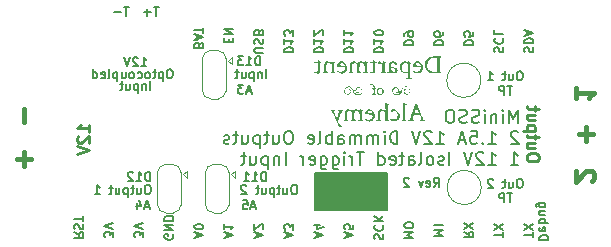
<source format=gbo>
G04 #@! TF.GenerationSoftware,KiCad,Pcbnew,7.0.1*
G04 #@! TF.CreationDate,2023-06-02T18:51:41-05:00*
G04 #@! TF.ProjectId,MiniSSO,4d696e69-5353-44f2-9e6b-696361645f70,2*
G04 #@! TF.SameCoordinates,Original*
G04 #@! TF.FileFunction,Legend,Bot*
G04 #@! TF.FilePolarity,Positive*
%FSLAX46Y46*%
G04 Gerber Fmt 4.6, Leading zero omitted, Abs format (unit mm)*
G04 Created by KiCad (PCBNEW 7.0.1) date 2023-06-02 18:51:41*
%MOMM*%
%LPD*%
G01*
G04 APERTURE LIST*
G04 Aperture macros list*
%AMFreePoly0*
4,1,19,0.550000,-0.750000,0.000000,-0.750000,0.000000,-0.744911,-0.071157,-0.744911,-0.207708,-0.704816,-0.327430,-0.627875,-0.420627,-0.520320,-0.479746,-0.390866,-0.500000,-0.250000,-0.500000,0.250000,-0.479746,0.390866,-0.420627,0.520320,-0.327430,0.627875,-0.207708,0.704816,-0.071157,0.744911,0.000000,0.744911,0.000000,0.750000,0.550000,0.750000,0.550000,-0.750000,0.550000,-0.750000,
$1*%
%AMFreePoly1*
4,1,19,0.000000,0.744911,0.071157,0.744911,0.207708,0.704816,0.327430,0.627875,0.420627,0.520320,0.479746,0.390866,0.500000,0.250000,0.500000,-0.250000,0.479746,-0.390866,0.420627,-0.520320,0.327430,-0.627875,0.207708,-0.704816,0.071157,-0.744911,0.000000,-0.744911,0.000000,-0.750000,-0.550000,-0.750000,-0.550000,0.750000,0.000000,0.750000,0.000000,0.744911,0.000000,0.744911,
$1*%
G04 Aperture macros list end*
%ADD10C,0.150000*%
%ADD11C,0.190500*%
%ADD12C,0.381000*%
%ADD13C,0.254000*%
%ADD14C,0.200000*%
%ADD15C,0.120000*%
%ADD16C,4.500000*%
%ADD17O,1.700000X1.700000*%
%ADD18C,2.286000*%
%ADD19C,1.950000*%
%ADD20C,2.000000*%
%ADD21C,2.500000*%
%ADD22FreePoly0,270.000000*%
%ADD23R,1.500000X1.000000*%
%ADD24FreePoly1,270.000000*%
G04 APERTURE END LIST*
D10*
X143200000Y-84200000D02*
X149300000Y-84200000D01*
X149300000Y-87300000D01*
X143200000Y-87300000D01*
X143200000Y-84200000D01*
G36*
X143200000Y-84200000D02*
G01*
X149300000Y-84200000D01*
X149300000Y-87300000D01*
X143200000Y-87300000D01*
X143200000Y-84200000D01*
G37*
D11*
X155848209Y-89174268D02*
X156211066Y-89428268D01*
X155848209Y-89609697D02*
X156610209Y-89609697D01*
X156610209Y-89609697D02*
X156610209Y-89319411D01*
X156610209Y-89319411D02*
X156573923Y-89246840D01*
X156573923Y-89246840D02*
X156537637Y-89210554D01*
X156537637Y-89210554D02*
X156465066Y-89174268D01*
X156465066Y-89174268D02*
X156356209Y-89174268D01*
X156356209Y-89174268D02*
X156283637Y-89210554D01*
X156283637Y-89210554D02*
X156247352Y-89246840D01*
X156247352Y-89246840D02*
X156211066Y-89319411D01*
X156211066Y-89319411D02*
X156211066Y-89609697D01*
X156610209Y-88920268D02*
X155848209Y-88412268D01*
X156610209Y-88412268D02*
X155848209Y-88920268D01*
X138525285Y-75052515D02*
X138525285Y-74290515D01*
X138525285Y-74290515D02*
X138343856Y-74290515D01*
X138343856Y-74290515D02*
X138234999Y-74326801D01*
X138234999Y-74326801D02*
X138162428Y-74399372D01*
X138162428Y-74399372D02*
X138126142Y-74471944D01*
X138126142Y-74471944D02*
X138089856Y-74617087D01*
X138089856Y-74617087D02*
X138089856Y-74725944D01*
X138089856Y-74725944D02*
X138126142Y-74871087D01*
X138126142Y-74871087D02*
X138162428Y-74943658D01*
X138162428Y-74943658D02*
X138234999Y-75016230D01*
X138234999Y-75016230D02*
X138343856Y-75052515D01*
X138343856Y-75052515D02*
X138525285Y-75052515D01*
X137364142Y-75052515D02*
X137799571Y-75052515D01*
X137581856Y-75052515D02*
X137581856Y-74290515D01*
X137581856Y-74290515D02*
X137654428Y-74399372D01*
X137654428Y-74399372D02*
X137726999Y-74471944D01*
X137726999Y-74471944D02*
X137799571Y-74508230D01*
X137110142Y-74290515D02*
X136638428Y-74290515D01*
X136638428Y-74290515D02*
X136892428Y-74580801D01*
X136892428Y-74580801D02*
X136783571Y-74580801D01*
X136783571Y-74580801D02*
X136711000Y-74617087D01*
X136711000Y-74617087D02*
X136674714Y-74653372D01*
X136674714Y-74653372D02*
X136638428Y-74725944D01*
X136638428Y-74725944D02*
X136638428Y-74907372D01*
X136638428Y-74907372D02*
X136674714Y-74979944D01*
X136674714Y-74979944D02*
X136711000Y-75016230D01*
X136711000Y-75016230D02*
X136783571Y-75052515D01*
X136783571Y-75052515D02*
X137001285Y-75052515D01*
X137001285Y-75052515D02*
X137073857Y-75016230D01*
X137073857Y-75016230D02*
X137110142Y-74979944D01*
D12*
X165294968Y-76964571D02*
X165294968Y-77835428D01*
X165294968Y-77399999D02*
X166818968Y-77399999D01*
X166818968Y-77399999D02*
X166601254Y-77545142D01*
X166601254Y-77545142D02*
X166456111Y-77690285D01*
X166456111Y-77690285D02*
X166383540Y-77835428D01*
D11*
X129095286Y-85190515D02*
X128950143Y-85190515D01*
X128950143Y-85190515D02*
X128877572Y-85226801D01*
X128877572Y-85226801D02*
X128805000Y-85299372D01*
X128805000Y-85299372D02*
X128768715Y-85444515D01*
X128768715Y-85444515D02*
X128768715Y-85698515D01*
X128768715Y-85698515D02*
X128805000Y-85843658D01*
X128805000Y-85843658D02*
X128877572Y-85916230D01*
X128877572Y-85916230D02*
X128950143Y-85952515D01*
X128950143Y-85952515D02*
X129095286Y-85952515D01*
X129095286Y-85952515D02*
X129167858Y-85916230D01*
X129167858Y-85916230D02*
X129240429Y-85843658D01*
X129240429Y-85843658D02*
X129276715Y-85698515D01*
X129276715Y-85698515D02*
X129276715Y-85444515D01*
X129276715Y-85444515D02*
X129240429Y-85299372D01*
X129240429Y-85299372D02*
X129167858Y-85226801D01*
X129167858Y-85226801D02*
X129095286Y-85190515D01*
X128115572Y-85444515D02*
X128115572Y-85952515D01*
X128442143Y-85444515D02*
X128442143Y-85843658D01*
X128442143Y-85843658D02*
X128405857Y-85916230D01*
X128405857Y-85916230D02*
X128333286Y-85952515D01*
X128333286Y-85952515D02*
X128224429Y-85952515D01*
X128224429Y-85952515D02*
X128151857Y-85916230D01*
X128151857Y-85916230D02*
X128115572Y-85879944D01*
X127861571Y-85444515D02*
X127571285Y-85444515D01*
X127752714Y-85190515D02*
X127752714Y-85843658D01*
X127752714Y-85843658D02*
X127716428Y-85916230D01*
X127716428Y-85916230D02*
X127643857Y-85952515D01*
X127643857Y-85952515D02*
X127571285Y-85952515D01*
X127317285Y-85444515D02*
X127317285Y-86206515D01*
X127317285Y-85480801D02*
X127244714Y-85444515D01*
X127244714Y-85444515D02*
X127099571Y-85444515D01*
X127099571Y-85444515D02*
X127026999Y-85480801D01*
X127026999Y-85480801D02*
X126990714Y-85517087D01*
X126990714Y-85517087D02*
X126954428Y-85589658D01*
X126954428Y-85589658D02*
X126954428Y-85807372D01*
X126954428Y-85807372D02*
X126990714Y-85879944D01*
X126990714Y-85879944D02*
X127026999Y-85916230D01*
X127026999Y-85916230D02*
X127099571Y-85952515D01*
X127099571Y-85952515D02*
X127244714Y-85952515D01*
X127244714Y-85952515D02*
X127317285Y-85916230D01*
X126301285Y-85444515D02*
X126301285Y-85952515D01*
X126627856Y-85444515D02*
X126627856Y-85843658D01*
X126627856Y-85843658D02*
X126591570Y-85916230D01*
X126591570Y-85916230D02*
X126518999Y-85952515D01*
X126518999Y-85952515D02*
X126410142Y-85952515D01*
X126410142Y-85952515D02*
X126337570Y-85916230D01*
X126337570Y-85916230D02*
X126301285Y-85879944D01*
X126047284Y-85444515D02*
X125756998Y-85444515D01*
X125938427Y-85190515D02*
X125938427Y-85843658D01*
X125938427Y-85843658D02*
X125902141Y-85916230D01*
X125902141Y-85916230D02*
X125829570Y-85952515D01*
X125829570Y-85952515D02*
X125756998Y-85952515D01*
X124523284Y-85952515D02*
X124958713Y-85952515D01*
X124740998Y-85952515D02*
X124740998Y-85190515D01*
X124740998Y-85190515D02*
X124813570Y-85299372D01*
X124813570Y-85299372D02*
X124886141Y-85371944D01*
X124886141Y-85371944D02*
X124958713Y-85408230D01*
X131173923Y-89373840D02*
X131210209Y-89446412D01*
X131210209Y-89446412D02*
X131210209Y-89555269D01*
X131210209Y-89555269D02*
X131173923Y-89664126D01*
X131173923Y-89664126D02*
X131101352Y-89736697D01*
X131101352Y-89736697D02*
X131028780Y-89772983D01*
X131028780Y-89772983D02*
X130883637Y-89809269D01*
X130883637Y-89809269D02*
X130774780Y-89809269D01*
X130774780Y-89809269D02*
X130629637Y-89772983D01*
X130629637Y-89772983D02*
X130557066Y-89736697D01*
X130557066Y-89736697D02*
X130484495Y-89664126D01*
X130484495Y-89664126D02*
X130448209Y-89555269D01*
X130448209Y-89555269D02*
X130448209Y-89482697D01*
X130448209Y-89482697D02*
X130484495Y-89373840D01*
X130484495Y-89373840D02*
X130520780Y-89337554D01*
X130520780Y-89337554D02*
X130774780Y-89337554D01*
X130774780Y-89337554D02*
X130774780Y-89482697D01*
X130448209Y-89010983D02*
X131210209Y-89010983D01*
X131210209Y-89010983D02*
X130448209Y-88575554D01*
X130448209Y-88575554D02*
X131210209Y-88575554D01*
X130448209Y-88212697D02*
X131210209Y-88212697D01*
X131210209Y-88212697D02*
X131210209Y-88031268D01*
X131210209Y-88031268D02*
X131173923Y-87922411D01*
X131173923Y-87922411D02*
X131101352Y-87849840D01*
X131101352Y-87849840D02*
X131028780Y-87813554D01*
X131028780Y-87813554D02*
X130883637Y-87777268D01*
X130883637Y-87777268D02*
X130774780Y-87777268D01*
X130774780Y-87777268D02*
X130629637Y-87813554D01*
X130629637Y-87813554D02*
X130557066Y-87849840D01*
X130557066Y-87849840D02*
X130484495Y-87922411D01*
X130484495Y-87922411D02*
X130448209Y-88031268D01*
X130448209Y-88031268D02*
X130448209Y-88212697D01*
X153308209Y-73353697D02*
X154070209Y-73353697D01*
X154070209Y-73353697D02*
X154070209Y-73172268D01*
X154070209Y-73172268D02*
X154033923Y-73063411D01*
X154033923Y-73063411D02*
X153961352Y-72990840D01*
X153961352Y-72990840D02*
X153888780Y-72954554D01*
X153888780Y-72954554D02*
X153743637Y-72918268D01*
X153743637Y-72918268D02*
X153634780Y-72918268D01*
X153634780Y-72918268D02*
X153489637Y-72954554D01*
X153489637Y-72954554D02*
X153417066Y-72990840D01*
X153417066Y-72990840D02*
X153344495Y-73063411D01*
X153344495Y-73063411D02*
X153308209Y-73172268D01*
X153308209Y-73172268D02*
X153308209Y-73353697D01*
X154070209Y-72265126D02*
X154070209Y-72410268D01*
X154070209Y-72410268D02*
X154033923Y-72482840D01*
X154033923Y-72482840D02*
X153997637Y-72519126D01*
X153997637Y-72519126D02*
X153888780Y-72591697D01*
X153888780Y-72591697D02*
X153743637Y-72627983D01*
X153743637Y-72627983D02*
X153453352Y-72627983D01*
X153453352Y-72627983D02*
X153380780Y-72591697D01*
X153380780Y-72591697D02*
X153344495Y-72555411D01*
X153344495Y-72555411D02*
X153308209Y-72482840D01*
X153308209Y-72482840D02*
X153308209Y-72337697D01*
X153308209Y-72337697D02*
X153344495Y-72265126D01*
X153344495Y-72265126D02*
X153380780Y-72228840D01*
X153380780Y-72228840D02*
X153453352Y-72192554D01*
X153453352Y-72192554D02*
X153634780Y-72192554D01*
X153634780Y-72192554D02*
X153707352Y-72228840D01*
X153707352Y-72228840D02*
X153743637Y-72265126D01*
X153743637Y-72265126D02*
X153779923Y-72337697D01*
X153779923Y-72337697D02*
X153779923Y-72482840D01*
X153779923Y-72482840D02*
X153743637Y-72555411D01*
X153743637Y-72555411D02*
X153707352Y-72591697D01*
X153707352Y-72591697D02*
X153634780Y-72627983D01*
X135745923Y-89591554D02*
X135745923Y-89228697D01*
X135528209Y-89664125D02*
X136290209Y-89410125D01*
X136290209Y-89410125D02*
X135528209Y-89156125D01*
X135528209Y-88502982D02*
X135528209Y-88938411D01*
X135528209Y-88720696D02*
X136290209Y-88720696D01*
X136290209Y-88720696D02*
X136181352Y-88793268D01*
X136181352Y-88793268D02*
X136108780Y-88865839D01*
X136108780Y-88865839D02*
X136072495Y-88938411D01*
X139051857Y-76152515D02*
X139051857Y-75390515D01*
X138689000Y-75644515D02*
X138689000Y-76152515D01*
X138689000Y-75717087D02*
X138652714Y-75680801D01*
X138652714Y-75680801D02*
X138580143Y-75644515D01*
X138580143Y-75644515D02*
X138471286Y-75644515D01*
X138471286Y-75644515D02*
X138398714Y-75680801D01*
X138398714Y-75680801D02*
X138362429Y-75753372D01*
X138362429Y-75753372D02*
X138362429Y-76152515D01*
X137999571Y-75644515D02*
X137999571Y-76406515D01*
X137999571Y-75680801D02*
X137927000Y-75644515D01*
X137927000Y-75644515D02*
X137781857Y-75644515D01*
X137781857Y-75644515D02*
X137709285Y-75680801D01*
X137709285Y-75680801D02*
X137673000Y-75717087D01*
X137673000Y-75717087D02*
X137636714Y-75789658D01*
X137636714Y-75789658D02*
X137636714Y-76007372D01*
X137636714Y-76007372D02*
X137673000Y-76079944D01*
X137673000Y-76079944D02*
X137709285Y-76116230D01*
X137709285Y-76116230D02*
X137781857Y-76152515D01*
X137781857Y-76152515D02*
X137927000Y-76152515D01*
X137927000Y-76152515D02*
X137999571Y-76116230D01*
X136983571Y-75644515D02*
X136983571Y-76152515D01*
X137310142Y-75644515D02*
X137310142Y-76043658D01*
X137310142Y-76043658D02*
X137273856Y-76116230D01*
X137273856Y-76116230D02*
X137201285Y-76152515D01*
X137201285Y-76152515D02*
X137092428Y-76152515D01*
X137092428Y-76152515D02*
X137019856Y-76116230D01*
X137019856Y-76116230D02*
X136983571Y-76079944D01*
X136729570Y-75644515D02*
X136439284Y-75644515D01*
X136620713Y-75390515D02*
X136620713Y-76043658D01*
X136620713Y-76043658D02*
X136584427Y-76116230D01*
X136584427Y-76116230D02*
X136511856Y-76152515D01*
X136511856Y-76152515D02*
X136439284Y-76152515D01*
X127426153Y-70095784D02*
X126990725Y-70095784D01*
X127208439Y-70857784D02*
X127208439Y-70095784D01*
X126736725Y-70567499D02*
X126156154Y-70567499D01*
X137744285Y-77234801D02*
X137381428Y-77234801D01*
X137816856Y-77452515D02*
X137562856Y-76690515D01*
X137562856Y-76690515D02*
X137308856Y-77452515D01*
X137127427Y-76690515D02*
X136655713Y-76690515D01*
X136655713Y-76690515D02*
X136909713Y-76980801D01*
X136909713Y-76980801D02*
X136800856Y-76980801D01*
X136800856Y-76980801D02*
X136728285Y-77017087D01*
X136728285Y-77017087D02*
X136691999Y-77053372D01*
X136691999Y-77053372D02*
X136655713Y-77125944D01*
X136655713Y-77125944D02*
X136655713Y-77307372D01*
X136655713Y-77307372D02*
X136691999Y-77379944D01*
X136691999Y-77379944D02*
X136728285Y-77416230D01*
X136728285Y-77416230D02*
X136800856Y-77452515D01*
X136800856Y-77452515D02*
X137018570Y-77452515D01*
X137018570Y-77452515D02*
X137091142Y-77416230D01*
X137091142Y-77416230D02*
X137127427Y-77379944D01*
X128478438Y-75152515D02*
X128913867Y-75152515D01*
X128696152Y-75152515D02*
X128696152Y-74390515D01*
X128696152Y-74390515D02*
X128768724Y-74499372D01*
X128768724Y-74499372D02*
X128841295Y-74571944D01*
X128841295Y-74571944D02*
X128913867Y-74608230D01*
X128188153Y-74463087D02*
X128151867Y-74426801D01*
X128151867Y-74426801D02*
X128079296Y-74390515D01*
X128079296Y-74390515D02*
X127897867Y-74390515D01*
X127897867Y-74390515D02*
X127825296Y-74426801D01*
X127825296Y-74426801D02*
X127789010Y-74463087D01*
X127789010Y-74463087D02*
X127752724Y-74535658D01*
X127752724Y-74535658D02*
X127752724Y-74608230D01*
X127752724Y-74608230D02*
X127789010Y-74717087D01*
X127789010Y-74717087D02*
X128224438Y-75152515D01*
X128224438Y-75152515D02*
X127752724Y-75152515D01*
X127535010Y-74390515D02*
X127281010Y-75152515D01*
X127281010Y-75152515D02*
X127027010Y-74390515D01*
X138830209Y-74006840D02*
X138213352Y-74006840D01*
X138213352Y-74006840D02*
X138140780Y-73970554D01*
X138140780Y-73970554D02*
X138104495Y-73934269D01*
X138104495Y-73934269D02*
X138068209Y-73861697D01*
X138068209Y-73861697D02*
X138068209Y-73716554D01*
X138068209Y-73716554D02*
X138104495Y-73643983D01*
X138104495Y-73643983D02*
X138140780Y-73607697D01*
X138140780Y-73607697D02*
X138213352Y-73571411D01*
X138213352Y-73571411D02*
X138830209Y-73571411D01*
X138104495Y-73244840D02*
X138068209Y-73135983D01*
X138068209Y-73135983D02*
X138068209Y-72954554D01*
X138068209Y-72954554D02*
X138104495Y-72881983D01*
X138104495Y-72881983D02*
X138140780Y-72845697D01*
X138140780Y-72845697D02*
X138213352Y-72809411D01*
X138213352Y-72809411D02*
X138285923Y-72809411D01*
X138285923Y-72809411D02*
X138358495Y-72845697D01*
X138358495Y-72845697D02*
X138394780Y-72881983D01*
X138394780Y-72881983D02*
X138431066Y-72954554D01*
X138431066Y-72954554D02*
X138467352Y-73099697D01*
X138467352Y-73099697D02*
X138503637Y-73172268D01*
X138503637Y-73172268D02*
X138539923Y-73208554D01*
X138539923Y-73208554D02*
X138612495Y-73244840D01*
X138612495Y-73244840D02*
X138685066Y-73244840D01*
X138685066Y-73244840D02*
X138757637Y-73208554D01*
X138757637Y-73208554D02*
X138793923Y-73172268D01*
X138793923Y-73172268D02*
X138830209Y-73099697D01*
X138830209Y-73099697D02*
X138830209Y-72918268D01*
X138830209Y-72918268D02*
X138793923Y-72809411D01*
X138467352Y-72228840D02*
X138431066Y-72119983D01*
X138431066Y-72119983D02*
X138394780Y-72083697D01*
X138394780Y-72083697D02*
X138322209Y-72047411D01*
X138322209Y-72047411D02*
X138213352Y-72047411D01*
X138213352Y-72047411D02*
X138140780Y-72083697D01*
X138140780Y-72083697D02*
X138104495Y-72119983D01*
X138104495Y-72119983D02*
X138068209Y-72192554D01*
X138068209Y-72192554D02*
X138068209Y-72482840D01*
X138068209Y-72482840D02*
X138830209Y-72482840D01*
X138830209Y-72482840D02*
X138830209Y-72228840D01*
X138830209Y-72228840D02*
X138793923Y-72156269D01*
X138793923Y-72156269D02*
X138757637Y-72119983D01*
X138757637Y-72119983D02*
X138685066Y-72083697D01*
X138685066Y-72083697D02*
X138612495Y-72083697D01*
X138612495Y-72083697D02*
X138539923Y-72119983D01*
X138539923Y-72119983D02*
X138503637Y-72156269D01*
X138503637Y-72156269D02*
X138467352Y-72228840D01*
X138467352Y-72228840D02*
X138467352Y-72482840D01*
X150768209Y-73353697D02*
X151530209Y-73353697D01*
X151530209Y-73353697D02*
X151530209Y-73172268D01*
X151530209Y-73172268D02*
X151493923Y-73063411D01*
X151493923Y-73063411D02*
X151421352Y-72990840D01*
X151421352Y-72990840D02*
X151348780Y-72954554D01*
X151348780Y-72954554D02*
X151203637Y-72918268D01*
X151203637Y-72918268D02*
X151094780Y-72918268D01*
X151094780Y-72918268D02*
X150949637Y-72954554D01*
X150949637Y-72954554D02*
X150877066Y-72990840D01*
X150877066Y-72990840D02*
X150804495Y-73063411D01*
X150804495Y-73063411D02*
X150768209Y-73172268D01*
X150768209Y-73172268D02*
X150768209Y-73353697D01*
X150768209Y-72555411D02*
X150768209Y-72410268D01*
X150768209Y-72410268D02*
X150804495Y-72337697D01*
X150804495Y-72337697D02*
X150840780Y-72301411D01*
X150840780Y-72301411D02*
X150949637Y-72228840D01*
X150949637Y-72228840D02*
X151094780Y-72192554D01*
X151094780Y-72192554D02*
X151385066Y-72192554D01*
X151385066Y-72192554D02*
X151457637Y-72228840D01*
X151457637Y-72228840D02*
X151493923Y-72265126D01*
X151493923Y-72265126D02*
X151530209Y-72337697D01*
X151530209Y-72337697D02*
X151530209Y-72482840D01*
X151530209Y-72482840D02*
X151493923Y-72555411D01*
X151493923Y-72555411D02*
X151457637Y-72591697D01*
X151457637Y-72591697D02*
X151385066Y-72627983D01*
X151385066Y-72627983D02*
X151203637Y-72627983D01*
X151203637Y-72627983D02*
X151131066Y-72591697D01*
X151131066Y-72591697D02*
X151094780Y-72555411D01*
X151094780Y-72555411D02*
X151058495Y-72482840D01*
X151058495Y-72482840D02*
X151058495Y-72337697D01*
X151058495Y-72337697D02*
X151094780Y-72265126D01*
X151094780Y-72265126D02*
X151131066Y-72228840D01*
X151131066Y-72228840D02*
X151203637Y-72192554D01*
X160588142Y-84673295D02*
X160442999Y-84673295D01*
X160442999Y-84673295D02*
X160370428Y-84709581D01*
X160370428Y-84709581D02*
X160297856Y-84782152D01*
X160297856Y-84782152D02*
X160261571Y-84927295D01*
X160261571Y-84927295D02*
X160261571Y-85181295D01*
X160261571Y-85181295D02*
X160297856Y-85326438D01*
X160297856Y-85326438D02*
X160370428Y-85399010D01*
X160370428Y-85399010D02*
X160442999Y-85435295D01*
X160442999Y-85435295D02*
X160588142Y-85435295D01*
X160588142Y-85435295D02*
X160660714Y-85399010D01*
X160660714Y-85399010D02*
X160733285Y-85326438D01*
X160733285Y-85326438D02*
X160769571Y-85181295D01*
X160769571Y-85181295D02*
X160769571Y-84927295D01*
X160769571Y-84927295D02*
X160733285Y-84782152D01*
X160733285Y-84782152D02*
X160660714Y-84709581D01*
X160660714Y-84709581D02*
X160588142Y-84673295D01*
X159608428Y-84927295D02*
X159608428Y-85435295D01*
X159934999Y-84927295D02*
X159934999Y-85326438D01*
X159934999Y-85326438D02*
X159898713Y-85399010D01*
X159898713Y-85399010D02*
X159826142Y-85435295D01*
X159826142Y-85435295D02*
X159717285Y-85435295D01*
X159717285Y-85435295D02*
X159644713Y-85399010D01*
X159644713Y-85399010D02*
X159608428Y-85362724D01*
X159354427Y-84927295D02*
X159064141Y-84927295D01*
X159245570Y-84673295D02*
X159245570Y-85326438D01*
X159245570Y-85326438D02*
X159209284Y-85399010D01*
X159209284Y-85399010D02*
X159136713Y-85435295D01*
X159136713Y-85435295D02*
X159064141Y-85435295D01*
X158265856Y-84745867D02*
X158229570Y-84709581D01*
X158229570Y-84709581D02*
X158156999Y-84673295D01*
X158156999Y-84673295D02*
X157975570Y-84673295D01*
X157975570Y-84673295D02*
X157902999Y-84709581D01*
X157902999Y-84709581D02*
X157866713Y-84745867D01*
X157866713Y-84745867D02*
X157830427Y-84818438D01*
X157830427Y-84818438D02*
X157830427Y-84891010D01*
X157830427Y-84891010D02*
X157866713Y-84999867D01*
X157866713Y-84999867D02*
X158302141Y-85435295D01*
X158302141Y-85435295D02*
X157830427Y-85435295D01*
X159898713Y-85907735D02*
X159463285Y-85907735D01*
X159680999Y-86669735D02*
X159680999Y-85907735D01*
X159209285Y-86669735D02*
X159209285Y-85907735D01*
X159209285Y-85907735D02*
X158918999Y-85907735D01*
X158918999Y-85907735D02*
X158846428Y-85944021D01*
X158846428Y-85944021D02*
X158810142Y-85980307D01*
X158810142Y-85980307D02*
X158773856Y-86052878D01*
X158773856Y-86052878D02*
X158773856Y-86161735D01*
X158773856Y-86161735D02*
X158810142Y-86234307D01*
X158810142Y-86234307D02*
X158846428Y-86270592D01*
X158846428Y-86270592D02*
X158918999Y-86306878D01*
X158918999Y-86306878D02*
X159209285Y-86306878D01*
X129966153Y-70095784D02*
X129530725Y-70095784D01*
X129748439Y-70857784D02*
X129748439Y-70095784D01*
X129276725Y-70567499D02*
X128696154Y-70567499D01*
X128986439Y-70857784D02*
X128986439Y-70277213D01*
X158424495Y-73952411D02*
X158388209Y-73843554D01*
X158388209Y-73843554D02*
X158388209Y-73662125D01*
X158388209Y-73662125D02*
X158424495Y-73589554D01*
X158424495Y-73589554D02*
X158460780Y-73553268D01*
X158460780Y-73553268D02*
X158533352Y-73516982D01*
X158533352Y-73516982D02*
X158605923Y-73516982D01*
X158605923Y-73516982D02*
X158678495Y-73553268D01*
X158678495Y-73553268D02*
X158714780Y-73589554D01*
X158714780Y-73589554D02*
X158751066Y-73662125D01*
X158751066Y-73662125D02*
X158787352Y-73807268D01*
X158787352Y-73807268D02*
X158823637Y-73879839D01*
X158823637Y-73879839D02*
X158859923Y-73916125D01*
X158859923Y-73916125D02*
X158932495Y-73952411D01*
X158932495Y-73952411D02*
X159005066Y-73952411D01*
X159005066Y-73952411D02*
X159077637Y-73916125D01*
X159077637Y-73916125D02*
X159113923Y-73879839D01*
X159113923Y-73879839D02*
X159150209Y-73807268D01*
X159150209Y-73807268D02*
X159150209Y-73625839D01*
X159150209Y-73625839D02*
X159113923Y-73516982D01*
X158460780Y-72754982D02*
X158424495Y-72791268D01*
X158424495Y-72791268D02*
X158388209Y-72900125D01*
X158388209Y-72900125D02*
X158388209Y-72972697D01*
X158388209Y-72972697D02*
X158424495Y-73081554D01*
X158424495Y-73081554D02*
X158497066Y-73154125D01*
X158497066Y-73154125D02*
X158569637Y-73190411D01*
X158569637Y-73190411D02*
X158714780Y-73226697D01*
X158714780Y-73226697D02*
X158823637Y-73226697D01*
X158823637Y-73226697D02*
X158968780Y-73190411D01*
X158968780Y-73190411D02*
X159041352Y-73154125D01*
X159041352Y-73154125D02*
X159113923Y-73081554D01*
X159113923Y-73081554D02*
X159150209Y-72972697D01*
X159150209Y-72972697D02*
X159150209Y-72900125D01*
X159150209Y-72900125D02*
X159113923Y-72791268D01*
X159113923Y-72791268D02*
X159077637Y-72754982D01*
X158388209Y-72065554D02*
X158388209Y-72428411D01*
X158388209Y-72428411D02*
X159150209Y-72428411D01*
X150768209Y-89700411D02*
X151530209Y-89700411D01*
X151530209Y-89700411D02*
X150985923Y-89446411D01*
X150985923Y-89446411D02*
X151530209Y-89192411D01*
X151530209Y-89192411D02*
X150768209Y-89192411D01*
X151530209Y-88684411D02*
X151530209Y-88539268D01*
X151530209Y-88539268D02*
X151493923Y-88466697D01*
X151493923Y-88466697D02*
X151421352Y-88394125D01*
X151421352Y-88394125D02*
X151276209Y-88357840D01*
X151276209Y-88357840D02*
X151022209Y-88357840D01*
X151022209Y-88357840D02*
X150877066Y-88394125D01*
X150877066Y-88394125D02*
X150804495Y-88466697D01*
X150804495Y-88466697D02*
X150768209Y-88539268D01*
X150768209Y-88539268D02*
X150768209Y-88684411D01*
X150768209Y-88684411D02*
X150804495Y-88756983D01*
X150804495Y-88756983D02*
X150877066Y-88829554D01*
X150877066Y-88829554D02*
X151022209Y-88865840D01*
X151022209Y-88865840D02*
X151276209Y-88865840D01*
X151276209Y-88865840D02*
X151421352Y-88829554D01*
X151421352Y-88829554D02*
X151493923Y-88756983D01*
X151493923Y-88756983D02*
X151530209Y-88684411D01*
X126130209Y-89627839D02*
X126130209Y-89156125D01*
X126130209Y-89156125D02*
X125839923Y-89410125D01*
X125839923Y-89410125D02*
X125839923Y-89301268D01*
X125839923Y-89301268D02*
X125803637Y-89228697D01*
X125803637Y-89228697D02*
X125767352Y-89192411D01*
X125767352Y-89192411D02*
X125694780Y-89156125D01*
X125694780Y-89156125D02*
X125513352Y-89156125D01*
X125513352Y-89156125D02*
X125440780Y-89192411D01*
X125440780Y-89192411D02*
X125404495Y-89228697D01*
X125404495Y-89228697D02*
X125368209Y-89301268D01*
X125368209Y-89301268D02*
X125368209Y-89518982D01*
X125368209Y-89518982D02*
X125404495Y-89591554D01*
X125404495Y-89591554D02*
X125440780Y-89627839D01*
X126130209Y-88938411D02*
X125368209Y-88684411D01*
X125368209Y-88684411D02*
X126130209Y-88430411D01*
D12*
X166124460Y-80319429D02*
X166124460Y-81480572D01*
X166705031Y-80900000D02*
X165543888Y-80900000D01*
D11*
X138144285Y-87034801D02*
X137781428Y-87034801D01*
X138216856Y-87252515D02*
X137962856Y-86490515D01*
X137962856Y-86490515D02*
X137708856Y-87252515D01*
X137091999Y-86490515D02*
X137454856Y-86490515D01*
X137454856Y-86490515D02*
X137491142Y-86853372D01*
X137491142Y-86853372D02*
X137454856Y-86817087D01*
X137454856Y-86817087D02*
X137382285Y-86780801D01*
X137382285Y-86780801D02*
X137200856Y-86780801D01*
X137200856Y-86780801D02*
X137128285Y-86817087D01*
X137128285Y-86817087D02*
X137091999Y-86853372D01*
X137091999Y-86853372D02*
X137055713Y-86925944D01*
X137055713Y-86925944D02*
X137055713Y-87107372D01*
X137055713Y-87107372D02*
X137091999Y-87179944D01*
X137091999Y-87179944D02*
X137128285Y-87216230D01*
X137128285Y-87216230D02*
X137200856Y-87252515D01*
X137200856Y-87252515D02*
X137382285Y-87252515D01*
X137382285Y-87252515D02*
X137454856Y-87216230D01*
X137454856Y-87216230D02*
X137491142Y-87179944D01*
X143148209Y-73970554D02*
X143910209Y-73970554D01*
X143910209Y-73970554D02*
X143910209Y-73789125D01*
X143910209Y-73789125D02*
X143873923Y-73680268D01*
X143873923Y-73680268D02*
X143801352Y-73607697D01*
X143801352Y-73607697D02*
X143728780Y-73571411D01*
X143728780Y-73571411D02*
X143583637Y-73535125D01*
X143583637Y-73535125D02*
X143474780Y-73535125D01*
X143474780Y-73535125D02*
X143329637Y-73571411D01*
X143329637Y-73571411D02*
X143257066Y-73607697D01*
X143257066Y-73607697D02*
X143184495Y-73680268D01*
X143184495Y-73680268D02*
X143148209Y-73789125D01*
X143148209Y-73789125D02*
X143148209Y-73970554D01*
X143148209Y-72809411D02*
X143148209Y-73244840D01*
X143148209Y-73027125D02*
X143910209Y-73027125D01*
X143910209Y-73027125D02*
X143801352Y-73099697D01*
X143801352Y-73099697D02*
X143728780Y-73172268D01*
X143728780Y-73172268D02*
X143692495Y-73244840D01*
X143837637Y-72519126D02*
X143873923Y-72482840D01*
X143873923Y-72482840D02*
X143910209Y-72410269D01*
X143910209Y-72410269D02*
X143910209Y-72228840D01*
X143910209Y-72228840D02*
X143873923Y-72156269D01*
X143873923Y-72156269D02*
X143837637Y-72119983D01*
X143837637Y-72119983D02*
X143765066Y-72083697D01*
X143765066Y-72083697D02*
X143692495Y-72083697D01*
X143692495Y-72083697D02*
X143583637Y-72119983D01*
X143583637Y-72119983D02*
X143148209Y-72555411D01*
X143148209Y-72555411D02*
X143148209Y-72083697D01*
X141495286Y-85190515D02*
X141350143Y-85190515D01*
X141350143Y-85190515D02*
X141277572Y-85226801D01*
X141277572Y-85226801D02*
X141205000Y-85299372D01*
X141205000Y-85299372D02*
X141168715Y-85444515D01*
X141168715Y-85444515D02*
X141168715Y-85698515D01*
X141168715Y-85698515D02*
X141205000Y-85843658D01*
X141205000Y-85843658D02*
X141277572Y-85916230D01*
X141277572Y-85916230D02*
X141350143Y-85952515D01*
X141350143Y-85952515D02*
X141495286Y-85952515D01*
X141495286Y-85952515D02*
X141567858Y-85916230D01*
X141567858Y-85916230D02*
X141640429Y-85843658D01*
X141640429Y-85843658D02*
X141676715Y-85698515D01*
X141676715Y-85698515D02*
X141676715Y-85444515D01*
X141676715Y-85444515D02*
X141640429Y-85299372D01*
X141640429Y-85299372D02*
X141567858Y-85226801D01*
X141567858Y-85226801D02*
X141495286Y-85190515D01*
X140515572Y-85444515D02*
X140515572Y-85952515D01*
X140842143Y-85444515D02*
X140842143Y-85843658D01*
X140842143Y-85843658D02*
X140805857Y-85916230D01*
X140805857Y-85916230D02*
X140733286Y-85952515D01*
X140733286Y-85952515D02*
X140624429Y-85952515D01*
X140624429Y-85952515D02*
X140551857Y-85916230D01*
X140551857Y-85916230D02*
X140515572Y-85879944D01*
X140261571Y-85444515D02*
X139971285Y-85444515D01*
X140152714Y-85190515D02*
X140152714Y-85843658D01*
X140152714Y-85843658D02*
X140116428Y-85916230D01*
X140116428Y-85916230D02*
X140043857Y-85952515D01*
X140043857Y-85952515D02*
X139971285Y-85952515D01*
X139717285Y-85444515D02*
X139717285Y-86206515D01*
X139717285Y-85480801D02*
X139644714Y-85444515D01*
X139644714Y-85444515D02*
X139499571Y-85444515D01*
X139499571Y-85444515D02*
X139426999Y-85480801D01*
X139426999Y-85480801D02*
X139390714Y-85517087D01*
X139390714Y-85517087D02*
X139354428Y-85589658D01*
X139354428Y-85589658D02*
X139354428Y-85807372D01*
X139354428Y-85807372D02*
X139390714Y-85879944D01*
X139390714Y-85879944D02*
X139426999Y-85916230D01*
X139426999Y-85916230D02*
X139499571Y-85952515D01*
X139499571Y-85952515D02*
X139644714Y-85952515D01*
X139644714Y-85952515D02*
X139717285Y-85916230D01*
X138701285Y-85444515D02*
X138701285Y-85952515D01*
X139027856Y-85444515D02*
X139027856Y-85843658D01*
X139027856Y-85843658D02*
X138991570Y-85916230D01*
X138991570Y-85916230D02*
X138918999Y-85952515D01*
X138918999Y-85952515D02*
X138810142Y-85952515D01*
X138810142Y-85952515D02*
X138737570Y-85916230D01*
X138737570Y-85916230D02*
X138701285Y-85879944D01*
X138447284Y-85444515D02*
X138156998Y-85444515D01*
X138338427Y-85190515D02*
X138338427Y-85843658D01*
X138338427Y-85843658D02*
X138302141Y-85916230D01*
X138302141Y-85916230D02*
X138229570Y-85952515D01*
X138229570Y-85952515D02*
X138156998Y-85952515D01*
X137358713Y-85263087D02*
X137322427Y-85226801D01*
X137322427Y-85226801D02*
X137249856Y-85190515D01*
X137249856Y-85190515D02*
X137068427Y-85190515D01*
X137068427Y-85190515D02*
X136995856Y-85226801D01*
X136995856Y-85226801D02*
X136959570Y-85263087D01*
X136959570Y-85263087D02*
X136923284Y-85335658D01*
X136923284Y-85335658D02*
X136923284Y-85408230D01*
X136923284Y-85408230D02*
X136959570Y-85517087D01*
X136959570Y-85517087D02*
X137394998Y-85952515D01*
X137394998Y-85952515D02*
X136923284Y-85952515D01*
X148264495Y-89772983D02*
X148228209Y-89664126D01*
X148228209Y-89664126D02*
X148228209Y-89482697D01*
X148228209Y-89482697D02*
X148264495Y-89410126D01*
X148264495Y-89410126D02*
X148300780Y-89373840D01*
X148300780Y-89373840D02*
X148373352Y-89337554D01*
X148373352Y-89337554D02*
X148445923Y-89337554D01*
X148445923Y-89337554D02*
X148518495Y-89373840D01*
X148518495Y-89373840D02*
X148554780Y-89410126D01*
X148554780Y-89410126D02*
X148591066Y-89482697D01*
X148591066Y-89482697D02*
X148627352Y-89627840D01*
X148627352Y-89627840D02*
X148663637Y-89700411D01*
X148663637Y-89700411D02*
X148699923Y-89736697D01*
X148699923Y-89736697D02*
X148772495Y-89772983D01*
X148772495Y-89772983D02*
X148845066Y-89772983D01*
X148845066Y-89772983D02*
X148917637Y-89736697D01*
X148917637Y-89736697D02*
X148953923Y-89700411D01*
X148953923Y-89700411D02*
X148990209Y-89627840D01*
X148990209Y-89627840D02*
X148990209Y-89446411D01*
X148990209Y-89446411D02*
X148953923Y-89337554D01*
X148300780Y-88575554D02*
X148264495Y-88611840D01*
X148264495Y-88611840D02*
X148228209Y-88720697D01*
X148228209Y-88720697D02*
X148228209Y-88793269D01*
X148228209Y-88793269D02*
X148264495Y-88902126D01*
X148264495Y-88902126D02*
X148337066Y-88974697D01*
X148337066Y-88974697D02*
X148409637Y-89010983D01*
X148409637Y-89010983D02*
X148554780Y-89047269D01*
X148554780Y-89047269D02*
X148663637Y-89047269D01*
X148663637Y-89047269D02*
X148808780Y-89010983D01*
X148808780Y-89010983D02*
X148881352Y-88974697D01*
X148881352Y-88974697D02*
X148953923Y-88902126D01*
X148953923Y-88902126D02*
X148990209Y-88793269D01*
X148990209Y-88793269D02*
X148990209Y-88720697D01*
X148990209Y-88720697D02*
X148953923Y-88611840D01*
X148953923Y-88611840D02*
X148917637Y-88575554D01*
X148228209Y-88248983D02*
X148990209Y-88248983D01*
X148228209Y-87813554D02*
X148663637Y-88140126D01*
X148990209Y-87813554D02*
X148554780Y-88248983D01*
X159150209Y-89627839D02*
X159150209Y-89192411D01*
X158388209Y-89410125D02*
X159150209Y-89410125D01*
X159150209Y-89010982D02*
X158388209Y-88502982D01*
X159150209Y-88502982D02*
X158388209Y-89010982D01*
X130964012Y-75390515D02*
X130818869Y-75390515D01*
X130818869Y-75390515D02*
X130746298Y-75426801D01*
X130746298Y-75426801D02*
X130673726Y-75499372D01*
X130673726Y-75499372D02*
X130637441Y-75644515D01*
X130637441Y-75644515D02*
X130637441Y-75898515D01*
X130637441Y-75898515D02*
X130673726Y-76043658D01*
X130673726Y-76043658D02*
X130746298Y-76116230D01*
X130746298Y-76116230D02*
X130818869Y-76152515D01*
X130818869Y-76152515D02*
X130964012Y-76152515D01*
X130964012Y-76152515D02*
X131036584Y-76116230D01*
X131036584Y-76116230D02*
X131109155Y-76043658D01*
X131109155Y-76043658D02*
X131145441Y-75898515D01*
X131145441Y-75898515D02*
X131145441Y-75644515D01*
X131145441Y-75644515D02*
X131109155Y-75499372D01*
X131109155Y-75499372D02*
X131036584Y-75426801D01*
X131036584Y-75426801D02*
X130964012Y-75390515D01*
X130310869Y-75644515D02*
X130310869Y-76406515D01*
X130310869Y-75680801D02*
X130238298Y-75644515D01*
X130238298Y-75644515D02*
X130093155Y-75644515D01*
X130093155Y-75644515D02*
X130020583Y-75680801D01*
X130020583Y-75680801D02*
X129984298Y-75717087D01*
X129984298Y-75717087D02*
X129948012Y-75789658D01*
X129948012Y-75789658D02*
X129948012Y-76007372D01*
X129948012Y-76007372D02*
X129984298Y-76079944D01*
X129984298Y-76079944D02*
X130020583Y-76116230D01*
X130020583Y-76116230D02*
X130093155Y-76152515D01*
X130093155Y-76152515D02*
X130238298Y-76152515D01*
X130238298Y-76152515D02*
X130310869Y-76116230D01*
X129730297Y-75644515D02*
X129440011Y-75644515D01*
X129621440Y-75390515D02*
X129621440Y-76043658D01*
X129621440Y-76043658D02*
X129585154Y-76116230D01*
X129585154Y-76116230D02*
X129512583Y-76152515D01*
X129512583Y-76152515D02*
X129440011Y-76152515D01*
X129077154Y-76152515D02*
X129149725Y-76116230D01*
X129149725Y-76116230D02*
X129186011Y-76079944D01*
X129186011Y-76079944D02*
X129222297Y-76007372D01*
X129222297Y-76007372D02*
X129222297Y-75789658D01*
X129222297Y-75789658D02*
X129186011Y-75717087D01*
X129186011Y-75717087D02*
X129149725Y-75680801D01*
X129149725Y-75680801D02*
X129077154Y-75644515D01*
X129077154Y-75644515D02*
X128968297Y-75644515D01*
X128968297Y-75644515D02*
X128895725Y-75680801D01*
X128895725Y-75680801D02*
X128859440Y-75717087D01*
X128859440Y-75717087D02*
X128823154Y-75789658D01*
X128823154Y-75789658D02*
X128823154Y-76007372D01*
X128823154Y-76007372D02*
X128859440Y-76079944D01*
X128859440Y-76079944D02*
X128895725Y-76116230D01*
X128895725Y-76116230D02*
X128968297Y-76152515D01*
X128968297Y-76152515D02*
X129077154Y-76152515D01*
X128170011Y-76116230D02*
X128242582Y-76152515D01*
X128242582Y-76152515D02*
X128387725Y-76152515D01*
X128387725Y-76152515D02*
X128460296Y-76116230D01*
X128460296Y-76116230D02*
X128496582Y-76079944D01*
X128496582Y-76079944D02*
X128532868Y-76007372D01*
X128532868Y-76007372D02*
X128532868Y-75789658D01*
X128532868Y-75789658D02*
X128496582Y-75717087D01*
X128496582Y-75717087D02*
X128460296Y-75680801D01*
X128460296Y-75680801D02*
X128387725Y-75644515D01*
X128387725Y-75644515D02*
X128242582Y-75644515D01*
X128242582Y-75644515D02*
X128170011Y-75680801D01*
X127734582Y-76152515D02*
X127807153Y-76116230D01*
X127807153Y-76116230D02*
X127843439Y-76079944D01*
X127843439Y-76079944D02*
X127879725Y-76007372D01*
X127879725Y-76007372D02*
X127879725Y-75789658D01*
X127879725Y-75789658D02*
X127843439Y-75717087D01*
X127843439Y-75717087D02*
X127807153Y-75680801D01*
X127807153Y-75680801D02*
X127734582Y-75644515D01*
X127734582Y-75644515D02*
X127625725Y-75644515D01*
X127625725Y-75644515D02*
X127553153Y-75680801D01*
X127553153Y-75680801D02*
X127516868Y-75717087D01*
X127516868Y-75717087D02*
X127480582Y-75789658D01*
X127480582Y-75789658D02*
X127480582Y-76007372D01*
X127480582Y-76007372D02*
X127516868Y-76079944D01*
X127516868Y-76079944D02*
X127553153Y-76116230D01*
X127553153Y-76116230D02*
X127625725Y-76152515D01*
X127625725Y-76152515D02*
X127734582Y-76152515D01*
X126827439Y-75644515D02*
X126827439Y-76152515D01*
X127154010Y-75644515D02*
X127154010Y-76043658D01*
X127154010Y-76043658D02*
X127117724Y-76116230D01*
X127117724Y-76116230D02*
X127045153Y-76152515D01*
X127045153Y-76152515D02*
X126936296Y-76152515D01*
X126936296Y-76152515D02*
X126863724Y-76116230D01*
X126863724Y-76116230D02*
X126827439Y-76079944D01*
X126464581Y-75644515D02*
X126464581Y-76406515D01*
X126464581Y-75680801D02*
X126392010Y-75644515D01*
X126392010Y-75644515D02*
X126246867Y-75644515D01*
X126246867Y-75644515D02*
X126174295Y-75680801D01*
X126174295Y-75680801D02*
X126138010Y-75717087D01*
X126138010Y-75717087D02*
X126101724Y-75789658D01*
X126101724Y-75789658D02*
X126101724Y-76007372D01*
X126101724Y-76007372D02*
X126138010Y-76079944D01*
X126138010Y-76079944D02*
X126174295Y-76116230D01*
X126174295Y-76116230D02*
X126246867Y-76152515D01*
X126246867Y-76152515D02*
X126392010Y-76152515D01*
X126392010Y-76152515D02*
X126464581Y-76116230D01*
X125666295Y-76152515D02*
X125738866Y-76116230D01*
X125738866Y-76116230D02*
X125775152Y-76043658D01*
X125775152Y-76043658D02*
X125775152Y-75390515D01*
X125085723Y-76116230D02*
X125158295Y-76152515D01*
X125158295Y-76152515D02*
X125303438Y-76152515D01*
X125303438Y-76152515D02*
X125376009Y-76116230D01*
X125376009Y-76116230D02*
X125412295Y-76043658D01*
X125412295Y-76043658D02*
X125412295Y-75753372D01*
X125412295Y-75753372D02*
X125376009Y-75680801D01*
X125376009Y-75680801D02*
X125303438Y-75644515D01*
X125303438Y-75644515D02*
X125158295Y-75644515D01*
X125158295Y-75644515D02*
X125085723Y-75680801D01*
X125085723Y-75680801D02*
X125049438Y-75753372D01*
X125049438Y-75753372D02*
X125049438Y-75825944D01*
X125049438Y-75825944D02*
X125412295Y-75898515D01*
X124396295Y-76152515D02*
X124396295Y-75390515D01*
X124396295Y-76116230D02*
X124468866Y-76152515D01*
X124468866Y-76152515D02*
X124614009Y-76152515D01*
X124614009Y-76152515D02*
X124686580Y-76116230D01*
X124686580Y-76116230D02*
X124722866Y-76079944D01*
X124722866Y-76079944D02*
X124759152Y-76007372D01*
X124759152Y-76007372D02*
X124759152Y-75789658D01*
X124759152Y-75789658D02*
X124722866Y-75717087D01*
X124722866Y-75717087D02*
X124686580Y-75680801D01*
X124686580Y-75680801D02*
X124614009Y-75644515D01*
X124614009Y-75644515D02*
X124468866Y-75644515D01*
X124468866Y-75644515D02*
X124396295Y-75680801D01*
X148228209Y-73970554D02*
X148990209Y-73970554D01*
X148990209Y-73970554D02*
X148990209Y-73789125D01*
X148990209Y-73789125D02*
X148953923Y-73680268D01*
X148953923Y-73680268D02*
X148881352Y-73607697D01*
X148881352Y-73607697D02*
X148808780Y-73571411D01*
X148808780Y-73571411D02*
X148663637Y-73535125D01*
X148663637Y-73535125D02*
X148554780Y-73535125D01*
X148554780Y-73535125D02*
X148409637Y-73571411D01*
X148409637Y-73571411D02*
X148337066Y-73607697D01*
X148337066Y-73607697D02*
X148264495Y-73680268D01*
X148264495Y-73680268D02*
X148228209Y-73789125D01*
X148228209Y-73789125D02*
X148228209Y-73970554D01*
X148228209Y-72809411D02*
X148228209Y-73244840D01*
X148228209Y-73027125D02*
X148990209Y-73027125D01*
X148990209Y-73027125D02*
X148881352Y-73099697D01*
X148881352Y-73099697D02*
X148808780Y-73172268D01*
X148808780Y-73172268D02*
X148772495Y-73244840D01*
X148990209Y-72337697D02*
X148990209Y-72265126D01*
X148990209Y-72265126D02*
X148953923Y-72192554D01*
X148953923Y-72192554D02*
X148917637Y-72156269D01*
X148917637Y-72156269D02*
X148845066Y-72119983D01*
X148845066Y-72119983D02*
X148699923Y-72083697D01*
X148699923Y-72083697D02*
X148518495Y-72083697D01*
X148518495Y-72083697D02*
X148373352Y-72119983D01*
X148373352Y-72119983D02*
X148300780Y-72156269D01*
X148300780Y-72156269D02*
X148264495Y-72192554D01*
X148264495Y-72192554D02*
X148228209Y-72265126D01*
X148228209Y-72265126D02*
X148228209Y-72337697D01*
X148228209Y-72337697D02*
X148264495Y-72410269D01*
X148264495Y-72410269D02*
X148300780Y-72446554D01*
X148300780Y-72446554D02*
X148373352Y-72482840D01*
X148373352Y-72482840D02*
X148518495Y-72519126D01*
X148518495Y-72519126D02*
X148699923Y-72519126D01*
X148699923Y-72519126D02*
X148845066Y-72482840D01*
X148845066Y-72482840D02*
X148917637Y-72446554D01*
X148917637Y-72446554D02*
X148953923Y-72410269D01*
X148953923Y-72410269D02*
X148990209Y-72337697D01*
X145688209Y-73970554D02*
X146450209Y-73970554D01*
X146450209Y-73970554D02*
X146450209Y-73789125D01*
X146450209Y-73789125D02*
X146413923Y-73680268D01*
X146413923Y-73680268D02*
X146341352Y-73607697D01*
X146341352Y-73607697D02*
X146268780Y-73571411D01*
X146268780Y-73571411D02*
X146123637Y-73535125D01*
X146123637Y-73535125D02*
X146014780Y-73535125D01*
X146014780Y-73535125D02*
X145869637Y-73571411D01*
X145869637Y-73571411D02*
X145797066Y-73607697D01*
X145797066Y-73607697D02*
X145724495Y-73680268D01*
X145724495Y-73680268D02*
X145688209Y-73789125D01*
X145688209Y-73789125D02*
X145688209Y-73970554D01*
X145688209Y-72809411D02*
X145688209Y-73244840D01*
X145688209Y-73027125D02*
X146450209Y-73027125D01*
X146450209Y-73027125D02*
X146341352Y-73099697D01*
X146341352Y-73099697D02*
X146268780Y-73172268D01*
X146268780Y-73172268D02*
X146232495Y-73244840D01*
X145688209Y-72083697D02*
X145688209Y-72519126D01*
X145688209Y-72301411D02*
X146450209Y-72301411D01*
X146450209Y-72301411D02*
X146341352Y-72373983D01*
X146341352Y-72373983D02*
X146268780Y-72446554D01*
X146268780Y-72446554D02*
X146232495Y-72519126D01*
X140608209Y-73970554D02*
X141370209Y-73970554D01*
X141370209Y-73970554D02*
X141370209Y-73789125D01*
X141370209Y-73789125D02*
X141333923Y-73680268D01*
X141333923Y-73680268D02*
X141261352Y-73607697D01*
X141261352Y-73607697D02*
X141188780Y-73571411D01*
X141188780Y-73571411D02*
X141043637Y-73535125D01*
X141043637Y-73535125D02*
X140934780Y-73535125D01*
X140934780Y-73535125D02*
X140789637Y-73571411D01*
X140789637Y-73571411D02*
X140717066Y-73607697D01*
X140717066Y-73607697D02*
X140644495Y-73680268D01*
X140644495Y-73680268D02*
X140608209Y-73789125D01*
X140608209Y-73789125D02*
X140608209Y-73970554D01*
X140608209Y-72809411D02*
X140608209Y-73244840D01*
X140608209Y-73027125D02*
X141370209Y-73027125D01*
X141370209Y-73027125D02*
X141261352Y-73099697D01*
X141261352Y-73099697D02*
X141188780Y-73172268D01*
X141188780Y-73172268D02*
X141152495Y-73244840D01*
X141370209Y-72555411D02*
X141370209Y-72083697D01*
X141370209Y-72083697D02*
X141079923Y-72337697D01*
X141079923Y-72337697D02*
X141079923Y-72228840D01*
X141079923Y-72228840D02*
X141043637Y-72156269D01*
X141043637Y-72156269D02*
X141007352Y-72119983D01*
X141007352Y-72119983D02*
X140934780Y-72083697D01*
X140934780Y-72083697D02*
X140753352Y-72083697D01*
X140753352Y-72083697D02*
X140680780Y-72119983D01*
X140680780Y-72119983D02*
X140644495Y-72156269D01*
X140644495Y-72156269D02*
X140608209Y-72228840D01*
X140608209Y-72228840D02*
X140608209Y-72446554D01*
X140608209Y-72446554D02*
X140644495Y-72519126D01*
X140644495Y-72519126D02*
X140680780Y-72555411D01*
D13*
X162145979Y-82956189D02*
X162145979Y-82762665D01*
X162145979Y-82762665D02*
X162097598Y-82665903D01*
X162097598Y-82665903D02*
X162000836Y-82569141D01*
X162000836Y-82569141D02*
X161807312Y-82520760D01*
X161807312Y-82520760D02*
X161468645Y-82520760D01*
X161468645Y-82520760D02*
X161275121Y-82569141D01*
X161275121Y-82569141D02*
X161178360Y-82665903D01*
X161178360Y-82665903D02*
X161129979Y-82762665D01*
X161129979Y-82762665D02*
X161129979Y-82956189D01*
X161129979Y-82956189D02*
X161178360Y-83052951D01*
X161178360Y-83052951D02*
X161275121Y-83149713D01*
X161275121Y-83149713D02*
X161468645Y-83198094D01*
X161468645Y-83198094D02*
X161807312Y-83198094D01*
X161807312Y-83198094D02*
X162000836Y-83149713D01*
X162000836Y-83149713D02*
X162097598Y-83052951D01*
X162097598Y-83052951D02*
X162145979Y-82956189D01*
X161807312Y-81649903D02*
X161129979Y-81649903D01*
X161807312Y-82085332D02*
X161275121Y-82085332D01*
X161275121Y-82085332D02*
X161178360Y-82036951D01*
X161178360Y-82036951D02*
X161129979Y-81940189D01*
X161129979Y-81940189D02*
X161129979Y-81795046D01*
X161129979Y-81795046D02*
X161178360Y-81698284D01*
X161178360Y-81698284D02*
X161226740Y-81649903D01*
X161807312Y-81311237D02*
X161807312Y-80924189D01*
X162145979Y-81166094D02*
X161275121Y-81166094D01*
X161275121Y-81166094D02*
X161178360Y-81117713D01*
X161178360Y-81117713D02*
X161129979Y-81020951D01*
X161129979Y-81020951D02*
X161129979Y-80924189D01*
X161807312Y-80585523D02*
X160791312Y-80585523D01*
X161758931Y-80585523D02*
X161807312Y-80488761D01*
X161807312Y-80488761D02*
X161807312Y-80295237D01*
X161807312Y-80295237D02*
X161758931Y-80198475D01*
X161758931Y-80198475D02*
X161710550Y-80150094D01*
X161710550Y-80150094D02*
X161613788Y-80101713D01*
X161613788Y-80101713D02*
X161323502Y-80101713D01*
X161323502Y-80101713D02*
X161226740Y-80150094D01*
X161226740Y-80150094D02*
X161178360Y-80198475D01*
X161178360Y-80198475D02*
X161129979Y-80295237D01*
X161129979Y-80295237D02*
X161129979Y-80488761D01*
X161129979Y-80488761D02*
X161178360Y-80585523D01*
X161807312Y-79230856D02*
X161129979Y-79230856D01*
X161807312Y-79666285D02*
X161275121Y-79666285D01*
X161275121Y-79666285D02*
X161178360Y-79617904D01*
X161178360Y-79617904D02*
X161129979Y-79521142D01*
X161129979Y-79521142D02*
X161129979Y-79375999D01*
X161129979Y-79375999D02*
X161178360Y-79279237D01*
X161178360Y-79279237D02*
X161226740Y-79230856D01*
X161807312Y-78892190D02*
X161807312Y-78505142D01*
X162145979Y-78747047D02*
X161275121Y-78747047D01*
X161275121Y-78747047D02*
X161178360Y-78698666D01*
X161178360Y-78698666D02*
X161129979Y-78601904D01*
X161129979Y-78601904D02*
X161129979Y-78505142D01*
D11*
X138285923Y-89591554D02*
X138285923Y-89228697D01*
X138068209Y-89664125D02*
X138830209Y-89410125D01*
X138830209Y-89410125D02*
X138068209Y-89156125D01*
X138757637Y-88938411D02*
X138793923Y-88902125D01*
X138793923Y-88902125D02*
X138830209Y-88829554D01*
X138830209Y-88829554D02*
X138830209Y-88648125D01*
X138830209Y-88648125D02*
X138793923Y-88575554D01*
X138793923Y-88575554D02*
X138757637Y-88539268D01*
X138757637Y-88539268D02*
X138685066Y-88502982D01*
X138685066Y-88502982D02*
X138612495Y-88502982D01*
X138612495Y-88502982D02*
X138503637Y-88539268D01*
X138503637Y-88539268D02*
X138068209Y-88974696D01*
X138068209Y-88974696D02*
X138068209Y-88502982D01*
X133387352Y-73353697D02*
X133351066Y-73244840D01*
X133351066Y-73244840D02*
X133314780Y-73208554D01*
X133314780Y-73208554D02*
X133242209Y-73172268D01*
X133242209Y-73172268D02*
X133133352Y-73172268D01*
X133133352Y-73172268D02*
X133060780Y-73208554D01*
X133060780Y-73208554D02*
X133024495Y-73244840D01*
X133024495Y-73244840D02*
X132988209Y-73317411D01*
X132988209Y-73317411D02*
X132988209Y-73607697D01*
X132988209Y-73607697D02*
X133750209Y-73607697D01*
X133750209Y-73607697D02*
X133750209Y-73353697D01*
X133750209Y-73353697D02*
X133713923Y-73281126D01*
X133713923Y-73281126D02*
X133677637Y-73244840D01*
X133677637Y-73244840D02*
X133605066Y-73208554D01*
X133605066Y-73208554D02*
X133532495Y-73208554D01*
X133532495Y-73208554D02*
X133459923Y-73244840D01*
X133459923Y-73244840D02*
X133423637Y-73281126D01*
X133423637Y-73281126D02*
X133387352Y-73353697D01*
X133387352Y-73353697D02*
X133387352Y-73607697D01*
X133205923Y-72881983D02*
X133205923Y-72519126D01*
X132988209Y-72954554D02*
X133750209Y-72700554D01*
X133750209Y-72700554D02*
X132988209Y-72446554D01*
X133750209Y-72301411D02*
X133750209Y-71865983D01*
X132988209Y-72083697D02*
X133750209Y-72083697D01*
X143365923Y-89591554D02*
X143365923Y-89228697D01*
X143148209Y-89664125D02*
X143910209Y-89410125D01*
X143910209Y-89410125D02*
X143148209Y-89156125D01*
X143656209Y-88575554D02*
X143148209Y-88575554D01*
X143946495Y-88756982D02*
X143402209Y-88938411D01*
X143402209Y-88938411D02*
X143402209Y-88466696D01*
X153308209Y-89482697D02*
X154070209Y-89482697D01*
X154070209Y-89482697D02*
X153525923Y-89228697D01*
X153525923Y-89228697D02*
X154070209Y-88974697D01*
X154070209Y-88974697D02*
X153308209Y-88974697D01*
X153308209Y-88611840D02*
X154070209Y-88611840D01*
X129144285Y-87034801D02*
X128781428Y-87034801D01*
X129216856Y-87252515D02*
X128962856Y-86490515D01*
X128962856Y-86490515D02*
X128708856Y-87252515D01*
X128128285Y-86744515D02*
X128128285Y-87252515D01*
X128309713Y-86454230D02*
X128491142Y-86998515D01*
X128491142Y-86998515D02*
X128019427Y-86998515D01*
X129258582Y-77152515D02*
X129258582Y-76390515D01*
X128895725Y-76644515D02*
X128895725Y-77152515D01*
X128895725Y-76717087D02*
X128859439Y-76680801D01*
X128859439Y-76680801D02*
X128786868Y-76644515D01*
X128786868Y-76644515D02*
X128678011Y-76644515D01*
X128678011Y-76644515D02*
X128605439Y-76680801D01*
X128605439Y-76680801D02*
X128569154Y-76753372D01*
X128569154Y-76753372D02*
X128569154Y-77152515D01*
X128206296Y-76644515D02*
X128206296Y-77406515D01*
X128206296Y-76680801D02*
X128133725Y-76644515D01*
X128133725Y-76644515D02*
X127988582Y-76644515D01*
X127988582Y-76644515D02*
X127916010Y-76680801D01*
X127916010Y-76680801D02*
X127879725Y-76717087D01*
X127879725Y-76717087D02*
X127843439Y-76789658D01*
X127843439Y-76789658D02*
X127843439Y-77007372D01*
X127843439Y-77007372D02*
X127879725Y-77079944D01*
X127879725Y-77079944D02*
X127916010Y-77116230D01*
X127916010Y-77116230D02*
X127988582Y-77152515D01*
X127988582Y-77152515D02*
X128133725Y-77152515D01*
X128133725Y-77152515D02*
X128206296Y-77116230D01*
X127190296Y-76644515D02*
X127190296Y-77152515D01*
X127516867Y-76644515D02*
X127516867Y-77043658D01*
X127516867Y-77043658D02*
X127480581Y-77116230D01*
X127480581Y-77116230D02*
X127408010Y-77152515D01*
X127408010Y-77152515D02*
X127299153Y-77152515D01*
X127299153Y-77152515D02*
X127226581Y-77116230D01*
X127226581Y-77116230D02*
X127190296Y-77079944D01*
X126936295Y-76644515D02*
X126646009Y-76644515D01*
X126827438Y-76390515D02*
X126827438Y-77043658D01*
X126827438Y-77043658D02*
X126791152Y-77116230D01*
X126791152Y-77116230D02*
X126718581Y-77152515D01*
X126718581Y-77152515D02*
X126646009Y-77152515D01*
X135927352Y-73099697D02*
X135927352Y-72845697D01*
X135528209Y-72736840D02*
X135528209Y-73099697D01*
X135528209Y-73099697D02*
X136290209Y-73099697D01*
X136290209Y-73099697D02*
X136290209Y-72736840D01*
X135528209Y-72410268D02*
X136290209Y-72410268D01*
X136290209Y-72410268D02*
X135528209Y-71974839D01*
X135528209Y-71974839D02*
X136290209Y-71974839D01*
X160964495Y-73970554D02*
X160928209Y-73861697D01*
X160928209Y-73861697D02*
X160928209Y-73680268D01*
X160928209Y-73680268D02*
X160964495Y-73607697D01*
X160964495Y-73607697D02*
X161000780Y-73571411D01*
X161000780Y-73571411D02*
X161073352Y-73535125D01*
X161073352Y-73535125D02*
X161145923Y-73535125D01*
X161145923Y-73535125D02*
X161218495Y-73571411D01*
X161218495Y-73571411D02*
X161254780Y-73607697D01*
X161254780Y-73607697D02*
X161291066Y-73680268D01*
X161291066Y-73680268D02*
X161327352Y-73825411D01*
X161327352Y-73825411D02*
X161363637Y-73897982D01*
X161363637Y-73897982D02*
X161399923Y-73934268D01*
X161399923Y-73934268D02*
X161472495Y-73970554D01*
X161472495Y-73970554D02*
X161545066Y-73970554D01*
X161545066Y-73970554D02*
X161617637Y-73934268D01*
X161617637Y-73934268D02*
X161653923Y-73897982D01*
X161653923Y-73897982D02*
X161690209Y-73825411D01*
X161690209Y-73825411D02*
X161690209Y-73643982D01*
X161690209Y-73643982D02*
X161653923Y-73535125D01*
X160928209Y-73208554D02*
X161690209Y-73208554D01*
X161690209Y-73208554D02*
X161690209Y-73027125D01*
X161690209Y-73027125D02*
X161653923Y-72918268D01*
X161653923Y-72918268D02*
X161581352Y-72845697D01*
X161581352Y-72845697D02*
X161508780Y-72809411D01*
X161508780Y-72809411D02*
X161363637Y-72773125D01*
X161363637Y-72773125D02*
X161254780Y-72773125D01*
X161254780Y-72773125D02*
X161109637Y-72809411D01*
X161109637Y-72809411D02*
X161037066Y-72845697D01*
X161037066Y-72845697D02*
X160964495Y-72918268D01*
X160964495Y-72918268D02*
X160928209Y-73027125D01*
X160928209Y-73027125D02*
X160928209Y-73208554D01*
X161145923Y-72482840D02*
X161145923Y-72119983D01*
X160928209Y-72555411D02*
X161690209Y-72301411D01*
X161690209Y-72301411D02*
X160928209Y-72047411D01*
D13*
X124070020Y-80671048D02*
X124070020Y-80090476D01*
X124070020Y-80380762D02*
X123054020Y-80380762D01*
X123054020Y-80380762D02*
X123199163Y-80284000D01*
X123199163Y-80284000D02*
X123295925Y-80187238D01*
X123295925Y-80187238D02*
X123344306Y-80090476D01*
X123150782Y-81058095D02*
X123102401Y-81106476D01*
X123102401Y-81106476D02*
X123054020Y-81203238D01*
X123054020Y-81203238D02*
X123054020Y-81445143D01*
X123054020Y-81445143D02*
X123102401Y-81541905D01*
X123102401Y-81541905D02*
X123150782Y-81590286D01*
X123150782Y-81590286D02*
X123247544Y-81638667D01*
X123247544Y-81638667D02*
X123344306Y-81638667D01*
X123344306Y-81638667D02*
X123489449Y-81590286D01*
X123489449Y-81590286D02*
X124070020Y-81009714D01*
X124070020Y-81009714D02*
X124070020Y-81638667D01*
X123054020Y-81928952D02*
X124070020Y-82267619D01*
X124070020Y-82267619D02*
X123054020Y-82606286D01*
D11*
X129225285Y-84852515D02*
X129225285Y-84090515D01*
X129225285Y-84090515D02*
X129043856Y-84090515D01*
X129043856Y-84090515D02*
X128934999Y-84126801D01*
X128934999Y-84126801D02*
X128862428Y-84199372D01*
X128862428Y-84199372D02*
X128826142Y-84271944D01*
X128826142Y-84271944D02*
X128789856Y-84417087D01*
X128789856Y-84417087D02*
X128789856Y-84525944D01*
X128789856Y-84525944D02*
X128826142Y-84671087D01*
X128826142Y-84671087D02*
X128862428Y-84743658D01*
X128862428Y-84743658D02*
X128934999Y-84816230D01*
X128934999Y-84816230D02*
X129043856Y-84852515D01*
X129043856Y-84852515D02*
X129225285Y-84852515D01*
X128064142Y-84852515D02*
X128499571Y-84852515D01*
X128281856Y-84852515D02*
X128281856Y-84090515D01*
X128281856Y-84090515D02*
X128354428Y-84199372D01*
X128354428Y-84199372D02*
X128426999Y-84271944D01*
X128426999Y-84271944D02*
X128499571Y-84308230D01*
X127773857Y-84163087D02*
X127737571Y-84126801D01*
X127737571Y-84126801D02*
X127665000Y-84090515D01*
X127665000Y-84090515D02*
X127483571Y-84090515D01*
X127483571Y-84090515D02*
X127411000Y-84126801D01*
X127411000Y-84126801D02*
X127374714Y-84163087D01*
X127374714Y-84163087D02*
X127338428Y-84235658D01*
X127338428Y-84235658D02*
X127338428Y-84308230D01*
X127338428Y-84308230D02*
X127374714Y-84417087D01*
X127374714Y-84417087D02*
X127810142Y-84852515D01*
X127810142Y-84852515D02*
X127338428Y-84852515D01*
X162198209Y-89845555D02*
X162960209Y-89845555D01*
X162960209Y-89845555D02*
X162960209Y-89664126D01*
X162960209Y-89664126D02*
X162923923Y-89555269D01*
X162923923Y-89555269D02*
X162851352Y-89482698D01*
X162851352Y-89482698D02*
X162778780Y-89446412D01*
X162778780Y-89446412D02*
X162633637Y-89410126D01*
X162633637Y-89410126D02*
X162524780Y-89410126D01*
X162524780Y-89410126D02*
X162379637Y-89446412D01*
X162379637Y-89446412D02*
X162307066Y-89482698D01*
X162307066Y-89482698D02*
X162234495Y-89555269D01*
X162234495Y-89555269D02*
X162198209Y-89664126D01*
X162198209Y-89664126D02*
X162198209Y-89845555D01*
X162234495Y-88793269D02*
X162198209Y-88865841D01*
X162198209Y-88865841D02*
X162198209Y-89010984D01*
X162198209Y-89010984D02*
X162234495Y-89083555D01*
X162234495Y-89083555D02*
X162307066Y-89119841D01*
X162307066Y-89119841D02*
X162597352Y-89119841D01*
X162597352Y-89119841D02*
X162669923Y-89083555D01*
X162669923Y-89083555D02*
X162706209Y-89010984D01*
X162706209Y-89010984D02*
X162706209Y-88865841D01*
X162706209Y-88865841D02*
X162669923Y-88793269D01*
X162669923Y-88793269D02*
X162597352Y-88756984D01*
X162597352Y-88756984D02*
X162524780Y-88756984D01*
X162524780Y-88756984D02*
X162452209Y-89119841D01*
X162198209Y-88430412D02*
X162960209Y-88430412D01*
X162669923Y-88430412D02*
X162706209Y-88357841D01*
X162706209Y-88357841D02*
X162706209Y-88212698D01*
X162706209Y-88212698D02*
X162669923Y-88140126D01*
X162669923Y-88140126D02*
X162633637Y-88103841D01*
X162633637Y-88103841D02*
X162561066Y-88067555D01*
X162561066Y-88067555D02*
X162343352Y-88067555D01*
X162343352Y-88067555D02*
X162270780Y-88103841D01*
X162270780Y-88103841D02*
X162234495Y-88140126D01*
X162234495Y-88140126D02*
X162198209Y-88212698D01*
X162198209Y-88212698D02*
X162198209Y-88357841D01*
X162198209Y-88357841D02*
X162234495Y-88430412D01*
X162706209Y-87414412D02*
X162198209Y-87414412D01*
X162706209Y-87740983D02*
X162307066Y-87740983D01*
X162307066Y-87740983D02*
X162234495Y-87704697D01*
X162234495Y-87704697D02*
X162198209Y-87632126D01*
X162198209Y-87632126D02*
X162198209Y-87523269D01*
X162198209Y-87523269D02*
X162234495Y-87450697D01*
X162234495Y-87450697D02*
X162270780Y-87414412D01*
X162706209Y-86724983D02*
X162089352Y-86724983D01*
X162089352Y-86724983D02*
X162016780Y-86761268D01*
X162016780Y-86761268D02*
X161980495Y-86797554D01*
X161980495Y-86797554D02*
X161944209Y-86870125D01*
X161944209Y-86870125D02*
X161944209Y-86978983D01*
X161944209Y-86978983D02*
X161980495Y-87051554D01*
X162234495Y-86724983D02*
X162198209Y-86797554D01*
X162198209Y-86797554D02*
X162198209Y-86942697D01*
X162198209Y-86942697D02*
X162234495Y-87015268D01*
X162234495Y-87015268D02*
X162270780Y-87051554D01*
X162270780Y-87051554D02*
X162343352Y-87087840D01*
X162343352Y-87087840D02*
X162561066Y-87087840D01*
X162561066Y-87087840D02*
X162633637Y-87051554D01*
X162633637Y-87051554D02*
X162669923Y-87015268D01*
X162669923Y-87015268D02*
X162706209Y-86942697D01*
X162706209Y-86942697D02*
X162706209Y-86797554D01*
X162706209Y-86797554D02*
X162669923Y-86724983D01*
X145905923Y-89591554D02*
X145905923Y-89228697D01*
X145688209Y-89664125D02*
X146450209Y-89410125D01*
X146450209Y-89410125D02*
X145688209Y-89156125D01*
X146450209Y-88539268D02*
X146450209Y-88902125D01*
X146450209Y-88902125D02*
X146087352Y-88938411D01*
X146087352Y-88938411D02*
X146123637Y-88902125D01*
X146123637Y-88902125D02*
X146159923Y-88829554D01*
X146159923Y-88829554D02*
X146159923Y-88648125D01*
X146159923Y-88648125D02*
X146123637Y-88575554D01*
X146123637Y-88575554D02*
X146087352Y-88539268D01*
X146087352Y-88539268D02*
X146014780Y-88502982D01*
X146014780Y-88502982D02*
X145833352Y-88502982D01*
X145833352Y-88502982D02*
X145760780Y-88539268D01*
X145760780Y-88539268D02*
X145724495Y-88575554D01*
X145724495Y-88575554D02*
X145688209Y-88648125D01*
X145688209Y-88648125D02*
X145688209Y-88829554D01*
X145688209Y-88829554D02*
X145724495Y-88902125D01*
X145724495Y-88902125D02*
X145760780Y-88938411D01*
X155848209Y-73353697D02*
X156610209Y-73353697D01*
X156610209Y-73353697D02*
X156610209Y-73172268D01*
X156610209Y-73172268D02*
X156573923Y-73063411D01*
X156573923Y-73063411D02*
X156501352Y-72990840D01*
X156501352Y-72990840D02*
X156428780Y-72954554D01*
X156428780Y-72954554D02*
X156283637Y-72918268D01*
X156283637Y-72918268D02*
X156174780Y-72918268D01*
X156174780Y-72918268D02*
X156029637Y-72954554D01*
X156029637Y-72954554D02*
X155957066Y-72990840D01*
X155957066Y-72990840D02*
X155884495Y-73063411D01*
X155884495Y-73063411D02*
X155848209Y-73172268D01*
X155848209Y-73172268D02*
X155848209Y-73353697D01*
X156610209Y-72228840D02*
X156610209Y-72591697D01*
X156610209Y-72591697D02*
X156247352Y-72627983D01*
X156247352Y-72627983D02*
X156283637Y-72591697D01*
X156283637Y-72591697D02*
X156319923Y-72519126D01*
X156319923Y-72519126D02*
X156319923Y-72337697D01*
X156319923Y-72337697D02*
X156283637Y-72265126D01*
X156283637Y-72265126D02*
X156247352Y-72228840D01*
X156247352Y-72228840D02*
X156174780Y-72192554D01*
X156174780Y-72192554D02*
X155993352Y-72192554D01*
X155993352Y-72192554D02*
X155920780Y-72228840D01*
X155920780Y-72228840D02*
X155884495Y-72265126D01*
X155884495Y-72265126D02*
X155848209Y-72337697D01*
X155848209Y-72337697D02*
X155848209Y-72519126D01*
X155848209Y-72519126D02*
X155884495Y-72591697D01*
X155884495Y-72591697D02*
X155920780Y-72627983D01*
X133205923Y-89591554D02*
X133205923Y-89228697D01*
X132988209Y-89664125D02*
X133750209Y-89410125D01*
X133750209Y-89410125D02*
X132988209Y-89156125D01*
X133750209Y-88756982D02*
X133750209Y-88684411D01*
X133750209Y-88684411D02*
X133713923Y-88611839D01*
X133713923Y-88611839D02*
X133677637Y-88575554D01*
X133677637Y-88575554D02*
X133605066Y-88539268D01*
X133605066Y-88539268D02*
X133459923Y-88502982D01*
X133459923Y-88502982D02*
X133278495Y-88502982D01*
X133278495Y-88502982D02*
X133133352Y-88539268D01*
X133133352Y-88539268D02*
X133060780Y-88575554D01*
X133060780Y-88575554D02*
X133024495Y-88611839D01*
X133024495Y-88611839D02*
X132988209Y-88684411D01*
X132988209Y-88684411D02*
X132988209Y-88756982D01*
X132988209Y-88756982D02*
X133024495Y-88829554D01*
X133024495Y-88829554D02*
X133060780Y-88865839D01*
X133060780Y-88865839D02*
X133133352Y-88902125D01*
X133133352Y-88902125D02*
X133278495Y-88938411D01*
X133278495Y-88938411D02*
X133459923Y-88938411D01*
X133459923Y-88938411D02*
X133605066Y-88902125D01*
X133605066Y-88902125D02*
X133677637Y-88865839D01*
X133677637Y-88865839D02*
X133713923Y-88829554D01*
X133713923Y-88829554D02*
X133750209Y-88756982D01*
D12*
X118524460Y-82419429D02*
X118524460Y-83580572D01*
X119105031Y-83000000D02*
X117943888Y-83000000D01*
D11*
X161690209Y-89627839D02*
X161690209Y-89192411D01*
X160928209Y-89410125D02*
X161690209Y-89410125D01*
X161690209Y-89010982D02*
X160928209Y-88502982D01*
X161690209Y-88502982D02*
X160928209Y-89010982D01*
X160588142Y-75573295D02*
X160442999Y-75573295D01*
X160442999Y-75573295D02*
X160370428Y-75609581D01*
X160370428Y-75609581D02*
X160297856Y-75682152D01*
X160297856Y-75682152D02*
X160261571Y-75827295D01*
X160261571Y-75827295D02*
X160261571Y-76081295D01*
X160261571Y-76081295D02*
X160297856Y-76226438D01*
X160297856Y-76226438D02*
X160370428Y-76299010D01*
X160370428Y-76299010D02*
X160442999Y-76335295D01*
X160442999Y-76335295D02*
X160588142Y-76335295D01*
X160588142Y-76335295D02*
X160660714Y-76299010D01*
X160660714Y-76299010D02*
X160733285Y-76226438D01*
X160733285Y-76226438D02*
X160769571Y-76081295D01*
X160769571Y-76081295D02*
X160769571Y-75827295D01*
X160769571Y-75827295D02*
X160733285Y-75682152D01*
X160733285Y-75682152D02*
X160660714Y-75609581D01*
X160660714Y-75609581D02*
X160588142Y-75573295D01*
X159608428Y-75827295D02*
X159608428Y-76335295D01*
X159934999Y-75827295D02*
X159934999Y-76226438D01*
X159934999Y-76226438D02*
X159898713Y-76299010D01*
X159898713Y-76299010D02*
X159826142Y-76335295D01*
X159826142Y-76335295D02*
X159717285Y-76335295D01*
X159717285Y-76335295D02*
X159644713Y-76299010D01*
X159644713Y-76299010D02*
X159608428Y-76262724D01*
X159354427Y-75827295D02*
X159064141Y-75827295D01*
X159245570Y-75573295D02*
X159245570Y-76226438D01*
X159245570Y-76226438D02*
X159209284Y-76299010D01*
X159209284Y-76299010D02*
X159136713Y-76335295D01*
X159136713Y-76335295D02*
X159064141Y-76335295D01*
X157830427Y-76335295D02*
X158265856Y-76335295D01*
X158048141Y-76335295D02*
X158048141Y-75573295D01*
X158048141Y-75573295D02*
X158120713Y-75682152D01*
X158120713Y-75682152D02*
X158193284Y-75754724D01*
X158193284Y-75754724D02*
X158265856Y-75791010D01*
X159898713Y-76807735D02*
X159463285Y-76807735D01*
X159680999Y-77569735D02*
X159680999Y-76807735D01*
X159209285Y-77569735D02*
X159209285Y-76807735D01*
X159209285Y-76807735D02*
X158918999Y-76807735D01*
X158918999Y-76807735D02*
X158846428Y-76844021D01*
X158846428Y-76844021D02*
X158810142Y-76880307D01*
X158810142Y-76880307D02*
X158773856Y-76952878D01*
X158773856Y-76952878D02*
X158773856Y-77061735D01*
X158773856Y-77061735D02*
X158810142Y-77134307D01*
X158810142Y-77134307D02*
X158846428Y-77170592D01*
X158846428Y-77170592D02*
X158918999Y-77206878D01*
X158918999Y-77206878D02*
X159209285Y-77206878D01*
X122828209Y-89210553D02*
X123191066Y-89464553D01*
X122828209Y-89645982D02*
X123590209Y-89645982D01*
X123590209Y-89645982D02*
X123590209Y-89355696D01*
X123590209Y-89355696D02*
X123553923Y-89283125D01*
X123553923Y-89283125D02*
X123517637Y-89246839D01*
X123517637Y-89246839D02*
X123445066Y-89210553D01*
X123445066Y-89210553D02*
X123336209Y-89210553D01*
X123336209Y-89210553D02*
X123263637Y-89246839D01*
X123263637Y-89246839D02*
X123227352Y-89283125D01*
X123227352Y-89283125D02*
X123191066Y-89355696D01*
X123191066Y-89355696D02*
X123191066Y-89645982D01*
X122864495Y-88920268D02*
X122828209Y-88811411D01*
X122828209Y-88811411D02*
X122828209Y-88629982D01*
X122828209Y-88629982D02*
X122864495Y-88557411D01*
X122864495Y-88557411D02*
X122900780Y-88521125D01*
X122900780Y-88521125D02*
X122973352Y-88484839D01*
X122973352Y-88484839D02*
X123045923Y-88484839D01*
X123045923Y-88484839D02*
X123118495Y-88521125D01*
X123118495Y-88521125D02*
X123154780Y-88557411D01*
X123154780Y-88557411D02*
X123191066Y-88629982D01*
X123191066Y-88629982D02*
X123227352Y-88775125D01*
X123227352Y-88775125D02*
X123263637Y-88847696D01*
X123263637Y-88847696D02*
X123299923Y-88883982D01*
X123299923Y-88883982D02*
X123372495Y-88920268D01*
X123372495Y-88920268D02*
X123445066Y-88920268D01*
X123445066Y-88920268D02*
X123517637Y-88883982D01*
X123517637Y-88883982D02*
X123553923Y-88847696D01*
X123553923Y-88847696D02*
X123590209Y-88775125D01*
X123590209Y-88775125D02*
X123590209Y-88593696D01*
X123590209Y-88593696D02*
X123553923Y-88484839D01*
X123590209Y-88267125D02*
X123590209Y-87831697D01*
X122828209Y-88049411D02*
X123590209Y-88049411D01*
D12*
X166673825Y-84835428D02*
X166746397Y-84762856D01*
X166746397Y-84762856D02*
X166818968Y-84617714D01*
X166818968Y-84617714D02*
X166818968Y-84254856D01*
X166818968Y-84254856D02*
X166746397Y-84109714D01*
X166746397Y-84109714D02*
X166673825Y-84037142D01*
X166673825Y-84037142D02*
X166528682Y-83964571D01*
X166528682Y-83964571D02*
X166383540Y-83964571D01*
X166383540Y-83964571D02*
X166165825Y-84037142D01*
X166165825Y-84037142D02*
X165294968Y-84907999D01*
X165294968Y-84907999D02*
X165294968Y-83964571D01*
D11*
X139025285Y-84852515D02*
X139025285Y-84090515D01*
X139025285Y-84090515D02*
X138843856Y-84090515D01*
X138843856Y-84090515D02*
X138734999Y-84126801D01*
X138734999Y-84126801D02*
X138662428Y-84199372D01*
X138662428Y-84199372D02*
X138626142Y-84271944D01*
X138626142Y-84271944D02*
X138589856Y-84417087D01*
X138589856Y-84417087D02*
X138589856Y-84525944D01*
X138589856Y-84525944D02*
X138626142Y-84671087D01*
X138626142Y-84671087D02*
X138662428Y-84743658D01*
X138662428Y-84743658D02*
X138734999Y-84816230D01*
X138734999Y-84816230D02*
X138843856Y-84852515D01*
X138843856Y-84852515D02*
X139025285Y-84852515D01*
X137864142Y-84852515D02*
X138299571Y-84852515D01*
X138081856Y-84852515D02*
X138081856Y-84090515D01*
X138081856Y-84090515D02*
X138154428Y-84199372D01*
X138154428Y-84199372D02*
X138226999Y-84271944D01*
X138226999Y-84271944D02*
X138299571Y-84308230D01*
X137138428Y-84852515D02*
X137573857Y-84852515D01*
X137356142Y-84852515D02*
X137356142Y-84090515D01*
X137356142Y-84090515D02*
X137428714Y-84199372D01*
X137428714Y-84199372D02*
X137501285Y-84271944D01*
X137501285Y-84271944D02*
X137573857Y-84308230D01*
X153234141Y-85352515D02*
X153488141Y-84989658D01*
X153669570Y-85352515D02*
X153669570Y-84590515D01*
X153669570Y-84590515D02*
X153379284Y-84590515D01*
X153379284Y-84590515D02*
X153306713Y-84626801D01*
X153306713Y-84626801D02*
X153270427Y-84663087D01*
X153270427Y-84663087D02*
X153234141Y-84735658D01*
X153234141Y-84735658D02*
X153234141Y-84844515D01*
X153234141Y-84844515D02*
X153270427Y-84917087D01*
X153270427Y-84917087D02*
X153306713Y-84953372D01*
X153306713Y-84953372D02*
X153379284Y-84989658D01*
X153379284Y-84989658D02*
X153669570Y-84989658D01*
X152617284Y-85316230D02*
X152689856Y-85352515D01*
X152689856Y-85352515D02*
X152834999Y-85352515D01*
X152834999Y-85352515D02*
X152907570Y-85316230D01*
X152907570Y-85316230D02*
X152943856Y-85243658D01*
X152943856Y-85243658D02*
X152943856Y-84953372D01*
X152943856Y-84953372D02*
X152907570Y-84880801D01*
X152907570Y-84880801D02*
X152834999Y-84844515D01*
X152834999Y-84844515D02*
X152689856Y-84844515D01*
X152689856Y-84844515D02*
X152617284Y-84880801D01*
X152617284Y-84880801D02*
X152580999Y-84953372D01*
X152580999Y-84953372D02*
X152580999Y-85025944D01*
X152580999Y-85025944D02*
X152943856Y-85098515D01*
X152326998Y-84844515D02*
X152145570Y-85352515D01*
X152145570Y-85352515D02*
X151964141Y-84844515D01*
X151129571Y-84663087D02*
X151093285Y-84626801D01*
X151093285Y-84626801D02*
X151020714Y-84590515D01*
X151020714Y-84590515D02*
X150839285Y-84590515D01*
X150839285Y-84590515D02*
X150766714Y-84626801D01*
X150766714Y-84626801D02*
X150730428Y-84663087D01*
X150730428Y-84663087D02*
X150694142Y-84735658D01*
X150694142Y-84735658D02*
X150694142Y-84808230D01*
X150694142Y-84808230D02*
X150730428Y-84917087D01*
X150730428Y-84917087D02*
X151165856Y-85352515D01*
X151165856Y-85352515D02*
X150694142Y-85352515D01*
X128670209Y-89627839D02*
X128670209Y-89156125D01*
X128670209Y-89156125D02*
X128379923Y-89410125D01*
X128379923Y-89410125D02*
X128379923Y-89301268D01*
X128379923Y-89301268D02*
X128343637Y-89228697D01*
X128343637Y-89228697D02*
X128307352Y-89192411D01*
X128307352Y-89192411D02*
X128234780Y-89156125D01*
X128234780Y-89156125D02*
X128053352Y-89156125D01*
X128053352Y-89156125D02*
X127980780Y-89192411D01*
X127980780Y-89192411D02*
X127944495Y-89228697D01*
X127944495Y-89228697D02*
X127908209Y-89301268D01*
X127908209Y-89301268D02*
X127908209Y-89518982D01*
X127908209Y-89518982D02*
X127944495Y-89591554D01*
X127944495Y-89591554D02*
X127980780Y-89627839D01*
X128670209Y-88938411D02*
X127908209Y-88684411D01*
X127908209Y-88684411D02*
X128670209Y-88430411D01*
D14*
X160338095Y-79926880D02*
X160338095Y-78826880D01*
X160338095Y-78826880D02*
X159971428Y-79612595D01*
X159971428Y-79612595D02*
X159604761Y-78826880D01*
X159604761Y-78826880D02*
X159604761Y-79926880D01*
X159080952Y-79926880D02*
X159080952Y-79193547D01*
X159080952Y-78826880D02*
X159133333Y-78879261D01*
X159133333Y-78879261D02*
X159080952Y-78931642D01*
X159080952Y-78931642D02*
X159028571Y-78879261D01*
X159028571Y-78879261D02*
X159080952Y-78826880D01*
X159080952Y-78826880D02*
X159080952Y-78931642D01*
X158557142Y-79193547D02*
X158557142Y-79926880D01*
X158557142Y-79298309D02*
X158504761Y-79245928D01*
X158504761Y-79245928D02*
X158399999Y-79193547D01*
X158399999Y-79193547D02*
X158242856Y-79193547D01*
X158242856Y-79193547D02*
X158138094Y-79245928D01*
X158138094Y-79245928D02*
X158085713Y-79350690D01*
X158085713Y-79350690D02*
X158085713Y-79926880D01*
X157561904Y-79926880D02*
X157561904Y-79193547D01*
X157561904Y-78826880D02*
X157614285Y-78879261D01*
X157614285Y-78879261D02*
X157561904Y-78931642D01*
X157561904Y-78931642D02*
X157509523Y-78879261D01*
X157509523Y-78879261D02*
X157561904Y-78826880D01*
X157561904Y-78826880D02*
X157561904Y-78931642D01*
X157090475Y-79874500D02*
X156933332Y-79926880D01*
X156933332Y-79926880D02*
X156671427Y-79926880D01*
X156671427Y-79926880D02*
X156566665Y-79874500D01*
X156566665Y-79874500D02*
X156514284Y-79822119D01*
X156514284Y-79822119D02*
X156461903Y-79717357D01*
X156461903Y-79717357D02*
X156461903Y-79612595D01*
X156461903Y-79612595D02*
X156514284Y-79507833D01*
X156514284Y-79507833D02*
X156566665Y-79455452D01*
X156566665Y-79455452D02*
X156671427Y-79403071D01*
X156671427Y-79403071D02*
X156880951Y-79350690D01*
X156880951Y-79350690D02*
X156985713Y-79298309D01*
X156985713Y-79298309D02*
X157038094Y-79245928D01*
X157038094Y-79245928D02*
X157090475Y-79141166D01*
X157090475Y-79141166D02*
X157090475Y-79036404D01*
X157090475Y-79036404D02*
X157038094Y-78931642D01*
X157038094Y-78931642D02*
X156985713Y-78879261D01*
X156985713Y-78879261D02*
X156880951Y-78826880D01*
X156880951Y-78826880D02*
X156619046Y-78826880D01*
X156619046Y-78826880D02*
X156461903Y-78879261D01*
X156042856Y-79874500D02*
X155885713Y-79926880D01*
X155885713Y-79926880D02*
X155623808Y-79926880D01*
X155623808Y-79926880D02*
X155519046Y-79874500D01*
X155519046Y-79874500D02*
X155466665Y-79822119D01*
X155466665Y-79822119D02*
X155414284Y-79717357D01*
X155414284Y-79717357D02*
X155414284Y-79612595D01*
X155414284Y-79612595D02*
X155466665Y-79507833D01*
X155466665Y-79507833D02*
X155519046Y-79455452D01*
X155519046Y-79455452D02*
X155623808Y-79403071D01*
X155623808Y-79403071D02*
X155833332Y-79350690D01*
X155833332Y-79350690D02*
X155938094Y-79298309D01*
X155938094Y-79298309D02*
X155990475Y-79245928D01*
X155990475Y-79245928D02*
X156042856Y-79141166D01*
X156042856Y-79141166D02*
X156042856Y-79036404D01*
X156042856Y-79036404D02*
X155990475Y-78931642D01*
X155990475Y-78931642D02*
X155938094Y-78879261D01*
X155938094Y-78879261D02*
X155833332Y-78826880D01*
X155833332Y-78826880D02*
X155571427Y-78826880D01*
X155571427Y-78826880D02*
X155414284Y-78879261D01*
X154733332Y-78826880D02*
X154523808Y-78826880D01*
X154523808Y-78826880D02*
X154419046Y-78879261D01*
X154419046Y-78879261D02*
X154314284Y-78984023D01*
X154314284Y-78984023D02*
X154261903Y-79193547D01*
X154261903Y-79193547D02*
X154261903Y-79560214D01*
X154261903Y-79560214D02*
X154314284Y-79769738D01*
X154314284Y-79769738D02*
X154419046Y-79874500D01*
X154419046Y-79874500D02*
X154523808Y-79926880D01*
X154523808Y-79926880D02*
X154733332Y-79926880D01*
X154733332Y-79926880D02*
X154838094Y-79874500D01*
X154838094Y-79874500D02*
X154942856Y-79769738D01*
X154942856Y-79769738D02*
X154995237Y-79560214D01*
X154995237Y-79560214D02*
X154995237Y-79193547D01*
X154995237Y-79193547D02*
X154942856Y-78984023D01*
X154942856Y-78984023D02*
X154838094Y-78879261D01*
X154838094Y-78879261D02*
X154733332Y-78826880D01*
X160390476Y-80713642D02*
X160338095Y-80661261D01*
X160338095Y-80661261D02*
X160233333Y-80608880D01*
X160233333Y-80608880D02*
X159971428Y-80608880D01*
X159971428Y-80608880D02*
X159866666Y-80661261D01*
X159866666Y-80661261D02*
X159814285Y-80713642D01*
X159814285Y-80713642D02*
X159761904Y-80818404D01*
X159761904Y-80818404D02*
X159761904Y-80923166D01*
X159761904Y-80923166D02*
X159814285Y-81080309D01*
X159814285Y-81080309D02*
X160442857Y-81708880D01*
X160442857Y-81708880D02*
X159761904Y-81708880D01*
X157876190Y-81708880D02*
X158504762Y-81708880D01*
X158190476Y-81708880D02*
X158190476Y-80608880D01*
X158190476Y-80608880D02*
X158295238Y-80766023D01*
X158295238Y-80766023D02*
X158400000Y-80870785D01*
X158400000Y-80870785D02*
X158504762Y-80923166D01*
X157404762Y-81604119D02*
X157352381Y-81656500D01*
X157352381Y-81656500D02*
X157404762Y-81708880D01*
X157404762Y-81708880D02*
X157457143Y-81656500D01*
X157457143Y-81656500D02*
X157404762Y-81604119D01*
X157404762Y-81604119D02*
X157404762Y-81708880D01*
X156357142Y-80608880D02*
X156880952Y-80608880D01*
X156880952Y-80608880D02*
X156933333Y-81132690D01*
X156933333Y-81132690D02*
X156880952Y-81080309D01*
X156880952Y-81080309D02*
X156776190Y-81027928D01*
X156776190Y-81027928D02*
X156514285Y-81027928D01*
X156514285Y-81027928D02*
X156409523Y-81080309D01*
X156409523Y-81080309D02*
X156357142Y-81132690D01*
X156357142Y-81132690D02*
X156304761Y-81237452D01*
X156304761Y-81237452D02*
X156304761Y-81499357D01*
X156304761Y-81499357D02*
X156357142Y-81604119D01*
X156357142Y-81604119D02*
X156409523Y-81656500D01*
X156409523Y-81656500D02*
X156514285Y-81708880D01*
X156514285Y-81708880D02*
X156776190Y-81708880D01*
X156776190Y-81708880D02*
X156880952Y-81656500D01*
X156880952Y-81656500D02*
X156933333Y-81604119D01*
X155885714Y-81394595D02*
X155361904Y-81394595D01*
X155990476Y-81708880D02*
X155623809Y-80608880D01*
X155623809Y-80608880D02*
X155257142Y-81708880D01*
X153476190Y-81708880D02*
X154104762Y-81708880D01*
X153790476Y-81708880D02*
X153790476Y-80608880D01*
X153790476Y-80608880D02*
X153895238Y-80766023D01*
X153895238Y-80766023D02*
X154000000Y-80870785D01*
X154000000Y-80870785D02*
X154104762Y-80923166D01*
X153057143Y-80713642D02*
X153004762Y-80661261D01*
X153004762Y-80661261D02*
X152900000Y-80608880D01*
X152900000Y-80608880D02*
X152638095Y-80608880D01*
X152638095Y-80608880D02*
X152533333Y-80661261D01*
X152533333Y-80661261D02*
X152480952Y-80713642D01*
X152480952Y-80713642D02*
X152428571Y-80818404D01*
X152428571Y-80818404D02*
X152428571Y-80923166D01*
X152428571Y-80923166D02*
X152480952Y-81080309D01*
X152480952Y-81080309D02*
X153109524Y-81708880D01*
X153109524Y-81708880D02*
X152428571Y-81708880D01*
X152114286Y-80608880D02*
X151747619Y-81708880D01*
X151747619Y-81708880D02*
X151380952Y-80608880D01*
X150176191Y-81708880D02*
X150176191Y-80608880D01*
X150176191Y-80608880D02*
X149914286Y-80608880D01*
X149914286Y-80608880D02*
X149757143Y-80661261D01*
X149757143Y-80661261D02*
X149652381Y-80766023D01*
X149652381Y-80766023D02*
X149600000Y-80870785D01*
X149600000Y-80870785D02*
X149547619Y-81080309D01*
X149547619Y-81080309D02*
X149547619Y-81237452D01*
X149547619Y-81237452D02*
X149600000Y-81446976D01*
X149600000Y-81446976D02*
X149652381Y-81551738D01*
X149652381Y-81551738D02*
X149757143Y-81656500D01*
X149757143Y-81656500D02*
X149914286Y-81708880D01*
X149914286Y-81708880D02*
X150176191Y-81708880D01*
X149076191Y-81708880D02*
X149076191Y-80975547D01*
X149076191Y-80608880D02*
X149128572Y-80661261D01*
X149128572Y-80661261D02*
X149076191Y-80713642D01*
X149076191Y-80713642D02*
X149023810Y-80661261D01*
X149023810Y-80661261D02*
X149076191Y-80608880D01*
X149076191Y-80608880D02*
X149076191Y-80713642D01*
X148552381Y-81708880D02*
X148552381Y-80975547D01*
X148552381Y-81080309D02*
X148500000Y-81027928D01*
X148500000Y-81027928D02*
X148395238Y-80975547D01*
X148395238Y-80975547D02*
X148238095Y-80975547D01*
X148238095Y-80975547D02*
X148133333Y-81027928D01*
X148133333Y-81027928D02*
X148080952Y-81132690D01*
X148080952Y-81132690D02*
X148080952Y-81708880D01*
X148080952Y-81132690D02*
X148028571Y-81027928D01*
X148028571Y-81027928D02*
X147923809Y-80975547D01*
X147923809Y-80975547D02*
X147766666Y-80975547D01*
X147766666Y-80975547D02*
X147661905Y-81027928D01*
X147661905Y-81027928D02*
X147609524Y-81132690D01*
X147609524Y-81132690D02*
X147609524Y-81708880D01*
X147085714Y-81708880D02*
X147085714Y-80975547D01*
X147085714Y-81080309D02*
X147033333Y-81027928D01*
X147033333Y-81027928D02*
X146928571Y-80975547D01*
X146928571Y-80975547D02*
X146771428Y-80975547D01*
X146771428Y-80975547D02*
X146666666Y-81027928D01*
X146666666Y-81027928D02*
X146614285Y-81132690D01*
X146614285Y-81132690D02*
X146614285Y-81708880D01*
X146614285Y-81132690D02*
X146561904Y-81027928D01*
X146561904Y-81027928D02*
X146457142Y-80975547D01*
X146457142Y-80975547D02*
X146299999Y-80975547D01*
X146299999Y-80975547D02*
X146195238Y-81027928D01*
X146195238Y-81027928D02*
X146142857Y-81132690D01*
X146142857Y-81132690D02*
X146142857Y-81708880D01*
X145147618Y-81708880D02*
X145147618Y-81132690D01*
X145147618Y-81132690D02*
X145199999Y-81027928D01*
X145199999Y-81027928D02*
X145304761Y-80975547D01*
X145304761Y-80975547D02*
X145514285Y-80975547D01*
X145514285Y-80975547D02*
X145619047Y-81027928D01*
X145147618Y-81656500D02*
X145252380Y-81708880D01*
X145252380Y-81708880D02*
X145514285Y-81708880D01*
X145514285Y-81708880D02*
X145619047Y-81656500D01*
X145619047Y-81656500D02*
X145671428Y-81551738D01*
X145671428Y-81551738D02*
X145671428Y-81446976D01*
X145671428Y-81446976D02*
X145619047Y-81342214D01*
X145619047Y-81342214D02*
X145514285Y-81289833D01*
X145514285Y-81289833D02*
X145252380Y-81289833D01*
X145252380Y-81289833D02*
X145147618Y-81237452D01*
X144623809Y-81708880D02*
X144623809Y-80608880D01*
X144623809Y-81027928D02*
X144519047Y-80975547D01*
X144519047Y-80975547D02*
X144309523Y-80975547D01*
X144309523Y-80975547D02*
X144204761Y-81027928D01*
X144204761Y-81027928D02*
X144152380Y-81080309D01*
X144152380Y-81080309D02*
X144099999Y-81185071D01*
X144099999Y-81185071D02*
X144099999Y-81499357D01*
X144099999Y-81499357D02*
X144152380Y-81604119D01*
X144152380Y-81604119D02*
X144204761Y-81656500D01*
X144204761Y-81656500D02*
X144309523Y-81708880D01*
X144309523Y-81708880D02*
X144519047Y-81708880D01*
X144519047Y-81708880D02*
X144623809Y-81656500D01*
X143471428Y-81708880D02*
X143576190Y-81656500D01*
X143576190Y-81656500D02*
X143628571Y-81551738D01*
X143628571Y-81551738D02*
X143628571Y-80608880D01*
X142633333Y-81656500D02*
X142738095Y-81708880D01*
X142738095Y-81708880D02*
X142947619Y-81708880D01*
X142947619Y-81708880D02*
X143052381Y-81656500D01*
X143052381Y-81656500D02*
X143104762Y-81551738D01*
X143104762Y-81551738D02*
X143104762Y-81132690D01*
X143104762Y-81132690D02*
X143052381Y-81027928D01*
X143052381Y-81027928D02*
X142947619Y-80975547D01*
X142947619Y-80975547D02*
X142738095Y-80975547D01*
X142738095Y-80975547D02*
X142633333Y-81027928D01*
X142633333Y-81027928D02*
X142580952Y-81132690D01*
X142580952Y-81132690D02*
X142580952Y-81237452D01*
X142580952Y-81237452D02*
X143104762Y-81342214D01*
X141061905Y-80608880D02*
X140852381Y-80608880D01*
X140852381Y-80608880D02*
X140747619Y-80661261D01*
X140747619Y-80661261D02*
X140642857Y-80766023D01*
X140642857Y-80766023D02*
X140590476Y-80975547D01*
X140590476Y-80975547D02*
X140590476Y-81342214D01*
X140590476Y-81342214D02*
X140642857Y-81551738D01*
X140642857Y-81551738D02*
X140747619Y-81656500D01*
X140747619Y-81656500D02*
X140852381Y-81708880D01*
X140852381Y-81708880D02*
X141061905Y-81708880D01*
X141061905Y-81708880D02*
X141166667Y-81656500D01*
X141166667Y-81656500D02*
X141271429Y-81551738D01*
X141271429Y-81551738D02*
X141323810Y-81342214D01*
X141323810Y-81342214D02*
X141323810Y-80975547D01*
X141323810Y-80975547D02*
X141271429Y-80766023D01*
X141271429Y-80766023D02*
X141166667Y-80661261D01*
X141166667Y-80661261D02*
X141061905Y-80608880D01*
X139647619Y-80975547D02*
X139647619Y-81708880D01*
X140119048Y-80975547D02*
X140119048Y-81551738D01*
X140119048Y-81551738D02*
X140066667Y-81656500D01*
X140066667Y-81656500D02*
X139961905Y-81708880D01*
X139961905Y-81708880D02*
X139804762Y-81708880D01*
X139804762Y-81708880D02*
X139700000Y-81656500D01*
X139700000Y-81656500D02*
X139647619Y-81604119D01*
X139280953Y-80975547D02*
X138861905Y-80975547D01*
X139123810Y-80608880D02*
X139123810Y-81551738D01*
X139123810Y-81551738D02*
X139071429Y-81656500D01*
X139071429Y-81656500D02*
X138966667Y-81708880D01*
X138966667Y-81708880D02*
X138861905Y-81708880D01*
X138495239Y-80975547D02*
X138495239Y-82075547D01*
X138495239Y-81027928D02*
X138390477Y-80975547D01*
X138390477Y-80975547D02*
X138180953Y-80975547D01*
X138180953Y-80975547D02*
X138076191Y-81027928D01*
X138076191Y-81027928D02*
X138023810Y-81080309D01*
X138023810Y-81080309D02*
X137971429Y-81185071D01*
X137971429Y-81185071D02*
X137971429Y-81499357D01*
X137971429Y-81499357D02*
X138023810Y-81604119D01*
X138023810Y-81604119D02*
X138076191Y-81656500D01*
X138076191Y-81656500D02*
X138180953Y-81708880D01*
X138180953Y-81708880D02*
X138390477Y-81708880D01*
X138390477Y-81708880D02*
X138495239Y-81656500D01*
X137028572Y-80975547D02*
X137028572Y-81708880D01*
X137500001Y-80975547D02*
X137500001Y-81551738D01*
X137500001Y-81551738D02*
X137447620Y-81656500D01*
X137447620Y-81656500D02*
X137342858Y-81708880D01*
X137342858Y-81708880D02*
X137185715Y-81708880D01*
X137185715Y-81708880D02*
X137080953Y-81656500D01*
X137080953Y-81656500D02*
X137028572Y-81604119D01*
X136661906Y-80975547D02*
X136242858Y-80975547D01*
X136504763Y-80608880D02*
X136504763Y-81551738D01*
X136504763Y-81551738D02*
X136452382Y-81656500D01*
X136452382Y-81656500D02*
X136347620Y-81708880D01*
X136347620Y-81708880D02*
X136242858Y-81708880D01*
X135928573Y-81656500D02*
X135823811Y-81708880D01*
X135823811Y-81708880D02*
X135614287Y-81708880D01*
X135614287Y-81708880D02*
X135509525Y-81656500D01*
X135509525Y-81656500D02*
X135457144Y-81551738D01*
X135457144Y-81551738D02*
X135457144Y-81499357D01*
X135457144Y-81499357D02*
X135509525Y-81394595D01*
X135509525Y-81394595D02*
X135614287Y-81342214D01*
X135614287Y-81342214D02*
X135771430Y-81342214D01*
X135771430Y-81342214D02*
X135876192Y-81289833D01*
X135876192Y-81289833D02*
X135928573Y-81185071D01*
X135928573Y-81185071D02*
X135928573Y-81132690D01*
X135928573Y-81132690D02*
X135876192Y-81027928D01*
X135876192Y-81027928D02*
X135771430Y-80975547D01*
X135771430Y-80975547D02*
X135614287Y-80975547D01*
X135614287Y-80975547D02*
X135509525Y-81027928D01*
X159761904Y-83490880D02*
X160390476Y-83490880D01*
X160076190Y-83490880D02*
X160076190Y-82390880D01*
X160076190Y-82390880D02*
X160180952Y-82548023D01*
X160180952Y-82548023D02*
X160285714Y-82652785D01*
X160285714Y-82652785D02*
X160390476Y-82705166D01*
X157876190Y-83490880D02*
X158504762Y-83490880D01*
X158190476Y-83490880D02*
X158190476Y-82390880D01*
X158190476Y-82390880D02*
X158295238Y-82548023D01*
X158295238Y-82548023D02*
X158400000Y-82652785D01*
X158400000Y-82652785D02*
X158504762Y-82705166D01*
X157457143Y-82495642D02*
X157404762Y-82443261D01*
X157404762Y-82443261D02*
X157300000Y-82390880D01*
X157300000Y-82390880D02*
X157038095Y-82390880D01*
X157038095Y-82390880D02*
X156933333Y-82443261D01*
X156933333Y-82443261D02*
X156880952Y-82495642D01*
X156880952Y-82495642D02*
X156828571Y-82600404D01*
X156828571Y-82600404D02*
X156828571Y-82705166D01*
X156828571Y-82705166D02*
X156880952Y-82862309D01*
X156880952Y-82862309D02*
X157509524Y-83490880D01*
X157509524Y-83490880D02*
X156828571Y-83490880D01*
X156514286Y-82390880D02*
X156147619Y-83490880D01*
X156147619Y-83490880D02*
X155780952Y-82390880D01*
X154576191Y-83490880D02*
X154576191Y-82390880D01*
X154104762Y-83438500D02*
X154000000Y-83490880D01*
X154000000Y-83490880D02*
X153790476Y-83490880D01*
X153790476Y-83490880D02*
X153685714Y-83438500D01*
X153685714Y-83438500D02*
X153633333Y-83333738D01*
X153633333Y-83333738D02*
X153633333Y-83281357D01*
X153633333Y-83281357D02*
X153685714Y-83176595D01*
X153685714Y-83176595D02*
X153790476Y-83124214D01*
X153790476Y-83124214D02*
X153947619Y-83124214D01*
X153947619Y-83124214D02*
X154052381Y-83071833D01*
X154052381Y-83071833D02*
X154104762Y-82967071D01*
X154104762Y-82967071D02*
X154104762Y-82914690D01*
X154104762Y-82914690D02*
X154052381Y-82809928D01*
X154052381Y-82809928D02*
X153947619Y-82757547D01*
X153947619Y-82757547D02*
X153790476Y-82757547D01*
X153790476Y-82757547D02*
X153685714Y-82809928D01*
X153004762Y-83490880D02*
X153109524Y-83438500D01*
X153109524Y-83438500D02*
X153161905Y-83386119D01*
X153161905Y-83386119D02*
X153214286Y-83281357D01*
X153214286Y-83281357D02*
X153214286Y-82967071D01*
X153214286Y-82967071D02*
X153161905Y-82862309D01*
X153161905Y-82862309D02*
X153109524Y-82809928D01*
X153109524Y-82809928D02*
X153004762Y-82757547D01*
X153004762Y-82757547D02*
X152847619Y-82757547D01*
X152847619Y-82757547D02*
X152742857Y-82809928D01*
X152742857Y-82809928D02*
X152690476Y-82862309D01*
X152690476Y-82862309D02*
X152638095Y-82967071D01*
X152638095Y-82967071D02*
X152638095Y-83281357D01*
X152638095Y-83281357D02*
X152690476Y-83386119D01*
X152690476Y-83386119D02*
X152742857Y-83438500D01*
X152742857Y-83438500D02*
X152847619Y-83490880D01*
X152847619Y-83490880D02*
X153004762Y-83490880D01*
X152009524Y-83490880D02*
X152114286Y-83438500D01*
X152114286Y-83438500D02*
X152166667Y-83333738D01*
X152166667Y-83333738D02*
X152166667Y-82390880D01*
X151119048Y-83490880D02*
X151119048Y-82914690D01*
X151119048Y-82914690D02*
X151171429Y-82809928D01*
X151171429Y-82809928D02*
X151276191Y-82757547D01*
X151276191Y-82757547D02*
X151485715Y-82757547D01*
X151485715Y-82757547D02*
X151590477Y-82809928D01*
X151119048Y-83438500D02*
X151223810Y-83490880D01*
X151223810Y-83490880D02*
X151485715Y-83490880D01*
X151485715Y-83490880D02*
X151590477Y-83438500D01*
X151590477Y-83438500D02*
X151642858Y-83333738D01*
X151642858Y-83333738D02*
X151642858Y-83228976D01*
X151642858Y-83228976D02*
X151590477Y-83124214D01*
X151590477Y-83124214D02*
X151485715Y-83071833D01*
X151485715Y-83071833D02*
X151223810Y-83071833D01*
X151223810Y-83071833D02*
X151119048Y-83019452D01*
X150752382Y-82757547D02*
X150333334Y-82757547D01*
X150595239Y-82390880D02*
X150595239Y-83333738D01*
X150595239Y-83333738D02*
X150542858Y-83438500D01*
X150542858Y-83438500D02*
X150438096Y-83490880D01*
X150438096Y-83490880D02*
X150333334Y-83490880D01*
X149547620Y-83438500D02*
X149652382Y-83490880D01*
X149652382Y-83490880D02*
X149861906Y-83490880D01*
X149861906Y-83490880D02*
X149966668Y-83438500D01*
X149966668Y-83438500D02*
X150019049Y-83333738D01*
X150019049Y-83333738D02*
X150019049Y-82914690D01*
X150019049Y-82914690D02*
X149966668Y-82809928D01*
X149966668Y-82809928D02*
X149861906Y-82757547D01*
X149861906Y-82757547D02*
X149652382Y-82757547D01*
X149652382Y-82757547D02*
X149547620Y-82809928D01*
X149547620Y-82809928D02*
X149495239Y-82914690D01*
X149495239Y-82914690D02*
X149495239Y-83019452D01*
X149495239Y-83019452D02*
X150019049Y-83124214D01*
X148552382Y-83490880D02*
X148552382Y-82390880D01*
X148552382Y-83438500D02*
X148657144Y-83490880D01*
X148657144Y-83490880D02*
X148866668Y-83490880D01*
X148866668Y-83490880D02*
X148971430Y-83438500D01*
X148971430Y-83438500D02*
X149023811Y-83386119D01*
X149023811Y-83386119D02*
X149076192Y-83281357D01*
X149076192Y-83281357D02*
X149076192Y-82967071D01*
X149076192Y-82967071D02*
X149023811Y-82862309D01*
X149023811Y-82862309D02*
X148971430Y-82809928D01*
X148971430Y-82809928D02*
X148866668Y-82757547D01*
X148866668Y-82757547D02*
X148657144Y-82757547D01*
X148657144Y-82757547D02*
X148552382Y-82809928D01*
X147347621Y-82390880D02*
X146719049Y-82390880D01*
X147033335Y-83490880D02*
X147033335Y-82390880D01*
X146352383Y-83490880D02*
X146352383Y-82757547D01*
X146352383Y-82967071D02*
X146300002Y-82862309D01*
X146300002Y-82862309D02*
X146247621Y-82809928D01*
X146247621Y-82809928D02*
X146142859Y-82757547D01*
X146142859Y-82757547D02*
X146038097Y-82757547D01*
X145671431Y-83490880D02*
X145671431Y-82757547D01*
X145671431Y-82390880D02*
X145723812Y-82443261D01*
X145723812Y-82443261D02*
X145671431Y-82495642D01*
X145671431Y-82495642D02*
X145619050Y-82443261D01*
X145619050Y-82443261D02*
X145671431Y-82390880D01*
X145671431Y-82390880D02*
X145671431Y-82495642D01*
X144676192Y-82757547D02*
X144676192Y-83648023D01*
X144676192Y-83648023D02*
X144728573Y-83752785D01*
X144728573Y-83752785D02*
X144780954Y-83805166D01*
X144780954Y-83805166D02*
X144885716Y-83857547D01*
X144885716Y-83857547D02*
X145042859Y-83857547D01*
X145042859Y-83857547D02*
X145147621Y-83805166D01*
X144676192Y-83438500D02*
X144780954Y-83490880D01*
X144780954Y-83490880D02*
X144990478Y-83490880D01*
X144990478Y-83490880D02*
X145095240Y-83438500D01*
X145095240Y-83438500D02*
X145147621Y-83386119D01*
X145147621Y-83386119D02*
X145200002Y-83281357D01*
X145200002Y-83281357D02*
X145200002Y-82967071D01*
X145200002Y-82967071D02*
X145147621Y-82862309D01*
X145147621Y-82862309D02*
X145095240Y-82809928D01*
X145095240Y-82809928D02*
X144990478Y-82757547D01*
X144990478Y-82757547D02*
X144780954Y-82757547D01*
X144780954Y-82757547D02*
X144676192Y-82809928D01*
X143680954Y-82757547D02*
X143680954Y-83648023D01*
X143680954Y-83648023D02*
X143733335Y-83752785D01*
X143733335Y-83752785D02*
X143785716Y-83805166D01*
X143785716Y-83805166D02*
X143890478Y-83857547D01*
X143890478Y-83857547D02*
X144047621Y-83857547D01*
X144047621Y-83857547D02*
X144152383Y-83805166D01*
X143680954Y-83438500D02*
X143785716Y-83490880D01*
X143785716Y-83490880D02*
X143995240Y-83490880D01*
X143995240Y-83490880D02*
X144100002Y-83438500D01*
X144100002Y-83438500D02*
X144152383Y-83386119D01*
X144152383Y-83386119D02*
X144204764Y-83281357D01*
X144204764Y-83281357D02*
X144204764Y-82967071D01*
X144204764Y-82967071D02*
X144152383Y-82862309D01*
X144152383Y-82862309D02*
X144100002Y-82809928D01*
X144100002Y-82809928D02*
X143995240Y-82757547D01*
X143995240Y-82757547D02*
X143785716Y-82757547D01*
X143785716Y-82757547D02*
X143680954Y-82809928D01*
X142738097Y-83438500D02*
X142842859Y-83490880D01*
X142842859Y-83490880D02*
X143052383Y-83490880D01*
X143052383Y-83490880D02*
X143157145Y-83438500D01*
X143157145Y-83438500D02*
X143209526Y-83333738D01*
X143209526Y-83333738D02*
X143209526Y-82914690D01*
X143209526Y-82914690D02*
X143157145Y-82809928D01*
X143157145Y-82809928D02*
X143052383Y-82757547D01*
X143052383Y-82757547D02*
X142842859Y-82757547D01*
X142842859Y-82757547D02*
X142738097Y-82809928D01*
X142738097Y-82809928D02*
X142685716Y-82914690D01*
X142685716Y-82914690D02*
X142685716Y-83019452D01*
X142685716Y-83019452D02*
X143209526Y-83124214D01*
X142214288Y-83490880D02*
X142214288Y-82757547D01*
X142214288Y-82967071D02*
X142161907Y-82862309D01*
X142161907Y-82862309D02*
X142109526Y-82809928D01*
X142109526Y-82809928D02*
X142004764Y-82757547D01*
X142004764Y-82757547D02*
X141900002Y-82757547D01*
X140695241Y-83490880D02*
X140695241Y-82390880D01*
X140171431Y-82757547D02*
X140171431Y-83490880D01*
X140171431Y-82862309D02*
X140119050Y-82809928D01*
X140119050Y-82809928D02*
X140014288Y-82757547D01*
X140014288Y-82757547D02*
X139857145Y-82757547D01*
X139857145Y-82757547D02*
X139752383Y-82809928D01*
X139752383Y-82809928D02*
X139700002Y-82914690D01*
X139700002Y-82914690D02*
X139700002Y-83490880D01*
X139176193Y-82757547D02*
X139176193Y-83857547D01*
X139176193Y-82809928D02*
X139071431Y-82757547D01*
X139071431Y-82757547D02*
X138861907Y-82757547D01*
X138861907Y-82757547D02*
X138757145Y-82809928D01*
X138757145Y-82809928D02*
X138704764Y-82862309D01*
X138704764Y-82862309D02*
X138652383Y-82967071D01*
X138652383Y-82967071D02*
X138652383Y-83281357D01*
X138652383Y-83281357D02*
X138704764Y-83386119D01*
X138704764Y-83386119D02*
X138757145Y-83438500D01*
X138757145Y-83438500D02*
X138861907Y-83490880D01*
X138861907Y-83490880D02*
X139071431Y-83490880D01*
X139071431Y-83490880D02*
X139176193Y-83438500D01*
X137709526Y-82757547D02*
X137709526Y-83490880D01*
X138180955Y-82757547D02*
X138180955Y-83333738D01*
X138180955Y-83333738D02*
X138128574Y-83438500D01*
X138128574Y-83438500D02*
X138023812Y-83490880D01*
X138023812Y-83490880D02*
X137866669Y-83490880D01*
X137866669Y-83490880D02*
X137761907Y-83438500D01*
X137761907Y-83438500D02*
X137709526Y-83386119D01*
X137342860Y-82757547D02*
X136923812Y-82757547D01*
X137185717Y-82390880D02*
X137185717Y-83333738D01*
X137185717Y-83333738D02*
X137133336Y-83438500D01*
X137133336Y-83438500D02*
X137028574Y-83490880D01*
X137028574Y-83490880D02*
X136923812Y-83490880D01*
D12*
X118524460Y-78719429D02*
X118524460Y-79880572D01*
D11*
X140825923Y-89591554D02*
X140825923Y-89228697D01*
X140608209Y-89664125D02*
X141370209Y-89410125D01*
X141370209Y-89410125D02*
X140608209Y-89156125D01*
X141370209Y-88974696D02*
X141370209Y-88502982D01*
X141370209Y-88502982D02*
X141079923Y-88756982D01*
X141079923Y-88756982D02*
X141079923Y-88648125D01*
X141079923Y-88648125D02*
X141043637Y-88575554D01*
X141043637Y-88575554D02*
X141007352Y-88539268D01*
X141007352Y-88539268D02*
X140934780Y-88502982D01*
X140934780Y-88502982D02*
X140753352Y-88502982D01*
X140753352Y-88502982D02*
X140680780Y-88539268D01*
X140680780Y-88539268D02*
X140644495Y-88575554D01*
X140644495Y-88575554D02*
X140608209Y-88648125D01*
X140608209Y-88648125D02*
X140608209Y-88865839D01*
X140608209Y-88865839D02*
X140644495Y-88938411D01*
X140644495Y-88938411D02*
X140680780Y-88974696D01*
D15*
X157242850Y-76327000D02*
G75*
G03*
X157242850Y-76327000I-1450000J0D01*
G01*
X134957500Y-73800000D02*
X134357500Y-73800000D01*
X136157500Y-74350000D02*
X136157500Y-74950000D01*
X133657500Y-74450000D02*
X133657500Y-77250000D01*
X135857500Y-74650000D02*
X136157500Y-74350000D01*
X135857500Y-74650000D02*
X136157500Y-74950000D01*
X135657500Y-77250000D02*
X135657500Y-74450000D01*
X134357500Y-77900000D02*
X134957500Y-77900000D01*
X135657500Y-74500000D02*
G75*
G03*
X134957500Y-73800000I-699999J1D01*
G01*
X134357500Y-73800000D02*
G75*
G03*
X133657500Y-74500000I-1J-699999D01*
G01*
X134957500Y-77900000D02*
G75*
G03*
X135657500Y-77200000I0J700000D01*
G01*
X133657500Y-77200000D02*
G75*
G03*
X134357500Y-77900000I700000J0D01*
G01*
X135207500Y-83450000D02*
X134607500Y-83450000D01*
X136407500Y-84000000D02*
X136407500Y-84600000D01*
X133907500Y-84100000D02*
X133907500Y-86900000D01*
X136107500Y-84300000D02*
X136407500Y-84000000D01*
X136107500Y-84300000D02*
X136407500Y-84600000D01*
X135907500Y-86900000D02*
X135907500Y-84100000D01*
X134607500Y-87550000D02*
X135207500Y-87550000D01*
X135907500Y-84150000D02*
G75*
G03*
X135207500Y-83450000I-699999J1D01*
G01*
X134607500Y-83450000D02*
G75*
G03*
X133907500Y-84150000I-1J-699999D01*
G01*
X135207500Y-87550000D02*
G75*
G03*
X135907500Y-86850000I0J700000D01*
G01*
X133907500Y-86850000D02*
G75*
G03*
X134607500Y-87550000I700000J0D01*
G01*
X131150000Y-83450000D02*
X130550000Y-83450000D01*
X132350000Y-84000000D02*
X132350000Y-84600000D01*
X129850000Y-84100000D02*
X129850000Y-86900000D01*
X132050000Y-84300000D02*
X132350000Y-84000000D01*
X132050000Y-84300000D02*
X132350000Y-84600000D01*
X131850000Y-86900000D02*
X131850000Y-84100000D01*
X130550000Y-87550000D02*
X131150000Y-87550000D01*
X131850000Y-84150000D02*
G75*
G03*
X131150000Y-83450000I-699999J1D01*
G01*
X130550000Y-83450000D02*
G75*
G03*
X129850000Y-84150000I-1J-699999D01*
G01*
X131150000Y-87550000D02*
G75*
G03*
X131850000Y-86850000I0J700000D01*
G01*
X129850000Y-86850000D02*
G75*
G03*
X130550000Y-87550000I700000J0D01*
G01*
X157275000Y-85400000D02*
G75*
G03*
X157275000Y-85400000I-1450000J0D01*
G01*
G36*
X150678969Y-78250397D02*
G01*
X150767847Y-78273270D01*
X150855066Y-78301802D01*
X150922633Y-78329673D01*
X150952554Y-78350566D01*
X150940033Y-78375305D01*
X150889647Y-78398370D01*
X150816892Y-78416630D01*
X150816892Y-78986295D01*
X150817661Y-79160715D01*
X150821528Y-79350079D01*
X150829370Y-79492228D01*
X150841976Y-79592863D01*
X150860139Y-79657686D01*
X150884649Y-79692399D01*
X150916297Y-79702703D01*
X150936958Y-79707856D01*
X150959910Y-79745608D01*
X150952626Y-79764612D01*
X150918954Y-79779160D01*
X150848492Y-79786493D01*
X150731081Y-79788513D01*
X150651828Y-79787670D01*
X150562650Y-79781963D01*
X150515832Y-79769505D01*
X150502253Y-79748709D01*
X150520087Y-79718002D01*
X150573762Y-79690957D01*
X150645271Y-79673009D01*
X150645271Y-78958464D01*
X150645451Y-78799231D01*
X150646131Y-78619869D01*
X150647245Y-78467140D01*
X150648715Y-78348686D01*
X150650467Y-78272152D01*
X150652422Y-78245181D01*
X150678969Y-78250397D01*
G37*
G36*
X149008508Y-77192789D02*
G01*
X149013273Y-77293321D01*
X148975071Y-77406962D01*
X148889952Y-77506740D01*
X148850245Y-77532067D01*
X148743531Y-77557406D01*
X148629376Y-77538843D01*
X148526243Y-77477844D01*
X148495105Y-77447446D01*
X148445262Y-77369511D01*
X148422046Y-77264090D01*
X148420596Y-77248584D01*
X148543300Y-77248584D01*
X148550293Y-77349223D01*
X148582163Y-77424320D01*
X148598106Y-77439446D01*
X148671310Y-77467692D01*
X148756350Y-77463939D01*
X148825775Y-77427797D01*
X148850567Y-77395256D01*
X148885500Y-77299971D01*
X148892513Y-77192789D01*
X148868018Y-77101429D01*
X148838927Y-77063528D01*
X148762248Y-77021940D01*
X148675536Y-77024322D01*
X148598651Y-77072786D01*
X148559993Y-77147784D01*
X148543300Y-77248584D01*
X148420596Y-77248584D01*
X148417071Y-77210878D01*
X148421299Y-77145686D01*
X148449664Y-77092129D01*
X148511468Y-77025379D01*
X148548406Y-76989456D01*
X148605580Y-76945718D01*
X148660536Y-76931314D01*
X148736779Y-76937030D01*
X148761754Y-76941258D01*
X148878800Y-76989783D01*
X148961896Y-77072673D01*
X149007801Y-77177872D01*
X149008508Y-77192789D01*
G37*
G36*
X149972443Y-78787175D02*
G01*
X150031326Y-78811771D01*
X150150586Y-78889085D01*
X150253607Y-78988806D01*
X150320590Y-79093510D01*
X150333180Y-79129341D01*
X150355593Y-79260160D01*
X150354305Y-79401390D01*
X150328726Y-79522068D01*
X150304130Y-79574734D01*
X150210985Y-79693439D01*
X150087500Y-79778286D01*
X150038855Y-79794684D01*
X149915048Y-79804955D01*
X149780994Y-79784862D01*
X149660931Y-79736761D01*
X149603711Y-79693052D01*
X149574662Y-79648275D01*
X149582372Y-79617582D01*
X149629843Y-79612930D01*
X149657958Y-79617227D01*
X149739212Y-79627104D01*
X149836796Y-79637006D01*
X149888940Y-79641084D01*
X149962055Y-79638690D01*
X150014566Y-79616366D01*
X150070326Y-79566958D01*
X150128107Y-79487978D01*
X150171125Y-79369167D01*
X150183705Y-79240521D01*
X150166457Y-79116969D01*
X150119991Y-79013443D01*
X150044917Y-78944874D01*
X150009868Y-78927834D01*
X149933611Y-78905470D01*
X149858754Y-78914994D01*
X149761593Y-78957461D01*
X149740372Y-78967700D01*
X149655302Y-78990880D01*
X149604071Y-78968146D01*
X149586937Y-78899583D01*
X149600979Y-78852083D01*
X149658763Y-78801645D01*
X149748889Y-78771403D01*
X149857926Y-78765275D01*
X149972443Y-78787175D01*
G37*
G36*
X148180173Y-74574031D02*
G01*
X148225239Y-74634011D01*
X148279086Y-74701541D01*
X148355634Y-74753720D01*
X148405465Y-74780970D01*
X148439446Y-74821962D01*
X148428579Y-74855075D01*
X148371284Y-74868694D01*
X148299775Y-74868694D01*
X148299775Y-75254842D01*
X148299490Y-75363235D01*
X148297329Y-75489608D01*
X148291896Y-75575906D01*
X148281851Y-75632516D01*
X148265855Y-75669818D01*
X148242568Y-75698198D01*
X148242215Y-75698551D01*
X148158119Y-75746082D01*
X148047191Y-75746265D01*
X147906784Y-75699106D01*
X147864299Y-75678239D01*
X147809540Y-75637859D01*
X147802380Y-75600146D01*
X147824762Y-75572649D01*
X147871700Y-75584308D01*
X147919502Y-75601516D01*
X147998265Y-75612387D01*
X148016009Y-75611411D01*
X148061965Y-75593388D01*
X148094063Y-75547129D01*
X148114398Y-75465458D01*
X148125064Y-75341197D01*
X148128154Y-75167169D01*
X148128154Y-74868694D01*
X147985136Y-74868694D01*
X147933684Y-74867888D01*
X147867863Y-74863557D01*
X147842118Y-74856731D01*
X147839900Y-74845121D01*
X147824755Y-74799524D01*
X147821221Y-74786809D01*
X147831429Y-74766409D01*
X147876635Y-74756730D01*
X147967882Y-74754279D01*
X148128371Y-74754279D01*
X148121112Y-74664430D01*
X148121625Y-74614409D01*
X148142452Y-74568426D01*
X148180173Y-74574031D01*
G37*
G36*
X143482102Y-74578030D02*
G01*
X143529529Y-74641342D01*
X143529994Y-74642154D01*
X143590261Y-74711919D01*
X143665396Y-74758358D01*
X143716225Y-74783350D01*
X143748979Y-74822255D01*
X143737576Y-74854957D01*
X143680293Y-74868694D01*
X143608784Y-74868694D01*
X143608784Y-75236683D01*
X143608640Y-75310960D01*
X143606716Y-75444165D01*
X143601348Y-75536400D01*
X143591028Y-75598940D01*
X143574248Y-75643061D01*
X143549501Y-75680039D01*
X143498374Y-75728046D01*
X143413634Y-75754777D01*
X143411031Y-75754737D01*
X143335162Y-75742422D01*
X143250234Y-75713625D01*
X143172355Y-75676065D01*
X143117630Y-75637458D01*
X143102166Y-75605525D01*
X143111868Y-75590975D01*
X143154702Y-75580902D01*
X143235294Y-75600134D01*
X143324087Y-75602344D01*
X143378281Y-75571500D01*
X143388747Y-75553506D01*
X143410078Y-75477720D01*
X143425711Y-75368233D01*
X143434303Y-75241448D01*
X143434509Y-75113770D01*
X143424985Y-75001604D01*
X143405505Y-74871703D01*
X143271422Y-74863048D01*
X143210197Y-74856851D01*
X143150486Y-74838152D01*
X143127834Y-74804335D01*
X143126533Y-74795267D01*
X143135386Y-74769375D01*
X143176248Y-74757273D01*
X143261631Y-74754279D01*
X143332341Y-74753259D01*
X143383487Y-74744033D01*
X143405440Y-74717239D01*
X143413898Y-74663520D01*
X143420783Y-74619140D01*
X143445212Y-74570752D01*
X143482102Y-74578030D01*
G37*
G36*
X148030188Y-76616311D02*
G01*
X148128953Y-76658012D01*
X148208279Y-76739307D01*
X148253474Y-76846818D01*
X148280080Y-76919492D01*
X148321327Y-76973085D01*
X148342853Y-76989526D01*
X148355729Y-77011308D01*
X148321228Y-77029283D01*
X148299578Y-77043235D01*
X148282003Y-77079509D01*
X148273431Y-77147963D01*
X148271172Y-77261052D01*
X148271554Y-77310569D01*
X148277023Y-77409632D01*
X148290497Y-77465928D01*
X148313913Y-77489818D01*
X148333620Y-77500415D01*
X148345248Y-77524675D01*
X148334377Y-77529499D01*
X148282997Y-77536951D01*
X148207947Y-77542077D01*
X148129382Y-77544126D01*
X148067462Y-77542344D01*
X148042343Y-77535980D01*
X148058918Y-77514429D01*
X148100828Y-77470344D01*
X148122099Y-77446007D01*
X148144332Y-77399094D01*
X148152784Y-77329635D01*
X148150884Y-77220510D01*
X148149641Y-77193224D01*
X148143318Y-77102387D01*
X148131937Y-77053174D01*
X148110362Y-77032858D01*
X148073455Y-77028713D01*
X148026957Y-77020271D01*
X147992412Y-76992511D01*
X148005828Y-76966071D01*
X148072305Y-76956757D01*
X148092610Y-76956656D01*
X148141154Y-76949996D01*
X148155354Y-76920705D01*
X148147236Y-76851962D01*
X148135888Y-76795072D01*
X148105890Y-76725851D01*
X148057829Y-76703107D01*
X147983119Y-76719933D01*
X147948773Y-76731856D01*
X147902443Y-76737136D01*
X147880871Y-76713121D01*
X147875031Y-76666929D01*
X147911546Y-76627100D01*
X147997225Y-76613513D01*
X148030188Y-76616311D01*
G37*
G36*
X152293720Y-75052802D02*
G01*
X152301166Y-75068561D01*
X152328169Y-75222415D01*
X152316124Y-75375536D01*
X152266576Y-75516404D01*
X152181070Y-75633496D01*
X152061149Y-75715288D01*
X151948495Y-75747804D01*
X151792530Y-75741929D01*
X151623409Y-75681338D01*
X151618976Y-75679106D01*
X151541908Y-75632108D01*
X151490405Y-75586332D01*
X151469452Y-75550142D01*
X151484033Y-75531899D01*
X151539133Y-75539965D01*
X151576505Y-75551469D01*
X151705983Y-75587311D01*
X151799486Y-75603548D01*
X151870802Y-75601690D01*
X151933718Y-75583251D01*
X151945682Y-75577909D01*
X152040888Y-75504203D01*
X152107436Y-75397090D01*
X152132551Y-75276295D01*
X152132658Y-75183333D01*
X151474775Y-75183333D01*
X151474775Y-75108996D01*
X151475445Y-75092967D01*
X151493860Y-75016781D01*
X151676639Y-75016781D01*
X151677505Y-75051131D01*
X151680147Y-75052378D01*
X151722788Y-75059452D01*
X151804639Y-75067607D01*
X151910980Y-75075318D01*
X152027116Y-75080495D01*
X152099249Y-75074948D01*
X152127387Y-75052802D01*
X152118126Y-75008587D01*
X152078066Y-74936836D01*
X152063716Y-74915399D01*
X151984447Y-74844998D01*
X151892308Y-74823543D01*
X151799385Y-74854599D01*
X151749438Y-74899767D01*
X151704440Y-74960162D01*
X151676639Y-75016781D01*
X151493860Y-75016781D01*
X151500632Y-74988764D01*
X151552506Y-74880493D01*
X151617727Y-74797244D01*
X151679152Y-74755102D01*
X151801340Y-74719386D01*
X151935371Y-74724938D01*
X152065664Y-74770188D01*
X152176639Y-74853568D01*
X152233572Y-74925498D01*
X152293720Y-75052802D01*
G37*
G36*
X148938032Y-74705373D02*
G01*
X148949663Y-74709611D01*
X149014096Y-74730916D01*
X149097699Y-74756767D01*
X149107250Y-74759762D01*
X149177086Y-74792549D01*
X149212170Y-74828243D01*
X149207244Y-74856929D01*
X149157053Y-74868694D01*
X149155479Y-74868698D01*
X149132521Y-74871815D01*
X149117106Y-74886891D01*
X149108041Y-74922971D01*
X149104131Y-74989101D01*
X149104181Y-75094326D01*
X149106997Y-75247691D01*
X149107467Y-75269906D01*
X149111103Y-75416792D01*
X149115767Y-75516934D01*
X149123192Y-75579619D01*
X149135107Y-75614138D01*
X149153245Y-75629779D01*
X149179336Y-75635829D01*
X149219345Y-75650437D01*
X149243694Y-75685886D01*
X149232512Y-75705754D01*
X149192071Y-75718431D01*
X149113082Y-75724955D01*
X148986262Y-75726802D01*
X148860615Y-75725006D01*
X148781193Y-75718562D01*
X148740368Y-75705987D01*
X148728829Y-75685796D01*
X148748659Y-75655646D01*
X148807489Y-75635740D01*
X148886149Y-75626689D01*
X148894245Y-75338561D01*
X148896714Y-75221111D01*
X148894952Y-75124444D01*
X148886226Y-75059625D01*
X148868513Y-75013000D01*
X148839790Y-74970912D01*
X148796657Y-74923906D01*
X148745913Y-74902886D01*
X148668317Y-74908810D01*
X148619313Y-74914802D01*
X148563489Y-74908147D01*
X148532123Y-74875269D01*
X148520605Y-74846027D01*
X148527278Y-74784075D01*
X148574137Y-74741523D01*
X148649632Y-74725611D01*
X148742210Y-74743582D01*
X148755622Y-74750971D01*
X148806461Y-74797050D01*
X148861648Y-74865147D01*
X148934424Y-74968806D01*
X148915091Y-74828978D01*
X148912200Y-74807420D01*
X148905968Y-74734776D01*
X148913882Y-74704519D01*
X148938032Y-74705373D01*
G37*
G36*
X148220238Y-79102354D02*
G01*
X148223458Y-79108967D01*
X148253443Y-79255760D01*
X148247985Y-79404856D01*
X148206507Y-79544935D01*
X148128428Y-79664676D01*
X148013172Y-79752759D01*
X147974886Y-79770552D01*
X147878204Y-79803890D01*
X147798767Y-79817117D01*
X147763724Y-79813594D01*
X147680362Y-79791004D01*
X147587537Y-79754031D01*
X147501326Y-79710334D01*
X147437809Y-79667572D01*
X147413063Y-79633402D01*
X147423203Y-79590547D01*
X147461675Y-79582200D01*
X147536347Y-79611767D01*
X147660876Y-79650422D01*
X147793890Y-79653149D01*
X147909217Y-79619252D01*
X147928885Y-79606798D01*
X147998972Y-79530800D01*
X148050744Y-79428206D01*
X148070946Y-79323270D01*
X148070596Y-79309232D01*
X148058934Y-79271030D01*
X148019747Y-79249458D01*
X147938238Y-79234631D01*
X147850766Y-79226038D01*
X147725139Y-79219102D01*
X147598007Y-79216441D01*
X147390484Y-79216441D01*
X147411602Y-79122807D01*
X147414342Y-79111136D01*
X147429736Y-79072123D01*
X147613289Y-79072123D01*
X147614104Y-79087850D01*
X147625265Y-79111069D01*
X147658805Y-79123938D01*
X147726328Y-79129458D01*
X147839440Y-79130631D01*
X147907039Y-79130391D01*
X147992968Y-79127554D01*
X148038378Y-79119169D01*
X148054068Y-79102354D01*
X148050841Y-79074227D01*
X148036467Y-79036549D01*
X147979571Y-78957426D01*
X147903594Y-78897162D01*
X147827881Y-78873198D01*
X147774512Y-78884794D01*
X147697825Y-78932588D01*
X147637643Y-79001002D01*
X147613289Y-79072123D01*
X147429736Y-79072123D01*
X147474255Y-78959298D01*
X147565830Y-78849614D01*
X147682515Y-78785782D01*
X147817758Y-78771499D01*
X147965005Y-78810466D01*
X148059475Y-78867567D01*
X148158609Y-78975796D01*
X148220238Y-79102354D01*
G37*
G36*
X145858096Y-75033819D02*
G01*
X145877015Y-75077704D01*
X145897072Y-75255271D01*
X145896386Y-75287660D01*
X145865653Y-75457419D01*
X145790428Y-75593791D01*
X145672290Y-75693693D01*
X145587433Y-75731210D01*
X145435518Y-75750705D01*
X145275740Y-75717736D01*
X145115421Y-75633099D01*
X145080999Y-75605954D01*
X145052683Y-75564861D01*
X145070713Y-75542646D01*
X145128943Y-75542997D01*
X145221226Y-75569604D01*
X145278858Y-75588266D01*
X145421234Y-75602253D01*
X145542157Y-75565954D01*
X145636098Y-75481888D01*
X145697530Y-75352573D01*
X145704693Y-75327661D01*
X145720112Y-75265546D01*
X145718605Y-75224420D01*
X145692117Y-75199959D01*
X145632591Y-75187840D01*
X145531974Y-75183739D01*
X145382208Y-75183333D01*
X145326531Y-75183348D01*
X145194225Y-75182244D01*
X145108490Y-75175941D01*
X145061346Y-75159966D01*
X145044814Y-75129850D01*
X145050915Y-75081118D01*
X145058848Y-75053669D01*
X145244231Y-75053669D01*
X145246663Y-75054655D01*
X145288259Y-75060581D01*
X145369261Y-75067922D01*
X145475169Y-75075318D01*
X145530668Y-75078559D01*
X145620863Y-75081473D01*
X145670851Y-75076443D01*
X145692292Y-75061286D01*
X145696847Y-75033819D01*
X145694694Y-75018337D01*
X145662216Y-74955252D01*
X145604310Y-74887565D01*
X145538582Y-74833552D01*
X145482640Y-74811486D01*
X145443533Y-74815936D01*
X145352550Y-74863799D01*
X145280282Y-74958010D01*
X145275165Y-74968076D01*
X145249681Y-75025824D01*
X145244231Y-75053669D01*
X145058848Y-75053669D01*
X145071670Y-75009301D01*
X145129991Y-74888447D01*
X145226556Y-74791623D01*
X145346289Y-74733877D01*
X145477472Y-74718457D01*
X145608389Y-74748610D01*
X145727325Y-74827583D01*
X145813996Y-74931522D01*
X145858096Y-75033819D01*
G37*
G36*
X153781069Y-74411036D02*
G01*
X153748762Y-74426626D01*
X153750991Y-74969450D01*
X153752426Y-75133835D01*
X153757187Y-75314336D01*
X153766116Y-75448276D01*
X153780247Y-75541782D01*
X153800613Y-75600984D01*
X153828247Y-75632011D01*
X153864182Y-75640991D01*
X153884741Y-75646867D01*
X153906081Y-75686357D01*
X153906039Y-75688231D01*
X153898972Y-75704586D01*
X153874297Y-75715833D01*
X153824102Y-75722573D01*
X153740474Y-75725409D01*
X153615502Y-75724945D01*
X153441273Y-75721783D01*
X153266629Y-75717324D01*
X153133550Y-75711533D01*
X153037020Y-75703238D01*
X152966572Y-75691149D01*
X152911738Y-75673977D01*
X152862050Y-75650433D01*
X152703797Y-75537913D01*
X152580149Y-75385509D01*
X152503404Y-75203508D01*
X152484191Y-75054617D01*
X152707066Y-75054617D01*
X152714058Y-75156667D01*
X152759629Y-75327365D01*
X152847776Y-75460352D01*
X152978938Y-75556441D01*
X153026097Y-75577045D01*
X153140695Y-75604086D01*
X153292385Y-75612387D01*
X153299887Y-75612374D01*
X153401857Y-75609547D01*
X153479013Y-75602733D01*
X153515166Y-75593318D01*
X153516482Y-75590619D01*
X153522122Y-75546061D01*
X153526999Y-75455116D01*
X153530831Y-75326653D01*
X153533337Y-75169540D01*
X153534235Y-74992643D01*
X153534235Y-74411036D01*
X153355462Y-74411195D01*
X153201150Y-74418206D01*
X153066033Y-74445566D01*
X152959269Y-74498264D01*
X152866770Y-74581200D01*
X152776318Y-74709419D01*
X152722197Y-74865559D01*
X152707066Y-75054617D01*
X152484191Y-75054617D01*
X152476809Y-74997410D01*
X152484393Y-74882151D01*
X152535959Y-74695385D01*
X152633278Y-74539028D01*
X152772836Y-74417974D01*
X152951117Y-74337116D01*
X153004937Y-74325715D01*
X153107446Y-74313526D01*
X153236056Y-74304390D01*
X153378889Y-74298481D01*
X153524066Y-74295972D01*
X153659710Y-74297034D01*
X153773940Y-74301844D01*
X153854880Y-74310574D01*
X153890650Y-74323397D01*
X153891239Y-74324479D01*
X153878240Y-74354383D01*
X153827980Y-74388399D01*
X153781069Y-74411036D01*
G37*
G36*
X144783829Y-78801999D02*
G01*
X144867906Y-78812922D01*
X144895946Y-78835039D01*
X144885735Y-78858010D01*
X144840199Y-78887037D01*
X144824243Y-78892050D01*
X144805941Y-78901633D01*
X144798816Y-78920631D01*
X144804682Y-78957862D01*
X144825351Y-79022145D01*
X144862637Y-79122297D01*
X144918353Y-79267137D01*
X144949182Y-79343918D01*
X144990495Y-79436117D01*
X145022607Y-79494975D01*
X145040385Y-79510268D01*
X145044330Y-79505148D01*
X145070879Y-79452071D01*
X145105198Y-79364166D01*
X145142601Y-79256148D01*
X145178398Y-79142732D01*
X145207904Y-79038635D01*
X145226429Y-78958571D01*
X145229288Y-78917255D01*
X145215770Y-78896425D01*
X145166195Y-78873198D01*
X145143909Y-78868228D01*
X145131369Y-78839116D01*
X145143431Y-78829078D01*
X145198073Y-78815156D01*
X145280860Y-78806173D01*
X145374811Y-78802563D01*
X145462944Y-78804761D01*
X145528278Y-78813200D01*
X145553829Y-78828315D01*
X145536447Y-78865696D01*
X145493787Y-78919122D01*
X145483963Y-78931856D01*
X145446525Y-78998149D01*
X145396905Y-79102389D01*
X145340404Y-79233053D01*
X145282324Y-79378623D01*
X145264323Y-79425724D01*
X145211156Y-79567213D01*
X145176034Y-79668264D01*
X145156655Y-79738914D01*
X145150720Y-79789200D01*
X145155928Y-79829160D01*
X145169979Y-79868832D01*
X145212358Y-79956496D01*
X145268023Y-80044647D01*
X145322018Y-80107675D01*
X145364133Y-80131757D01*
X145408019Y-80142719D01*
X145444652Y-80188381D01*
X145437070Y-80250553D01*
X145415108Y-80280593D01*
X145359215Y-80301918D01*
X145293528Y-80272564D01*
X145225088Y-80194397D01*
X145215717Y-80179077D01*
X145175949Y-80104288D01*
X145119670Y-79989777D01*
X145051362Y-79844991D01*
X144975511Y-79679376D01*
X144896601Y-79502378D01*
X144862245Y-79424906D01*
X144787591Y-79261104D01*
X144719780Y-79118292D01*
X144662720Y-79004375D01*
X144620314Y-78927258D01*
X144596468Y-78894848D01*
X144551206Y-78857282D01*
X144559245Y-78827398D01*
X144617991Y-78807784D01*
X144724325Y-78800736D01*
X144783829Y-78801999D01*
G37*
G36*
X150183679Y-75502678D02*
G01*
X150172432Y-75569268D01*
X150117677Y-75665502D01*
X150034384Y-75726338D01*
X149990431Y-75737617D01*
X149875796Y-75727137D01*
X149745824Y-75668218D01*
X149733689Y-75660817D01*
X149681874Y-75633496D01*
X149654448Y-75638883D01*
X149630746Y-75678894D01*
X149619321Y-75697723D01*
X149555521Y-75741284D01*
X149466740Y-75741756D01*
X149363844Y-75698347D01*
X149311743Y-75658472D01*
X149289386Y-75616767D01*
X149316001Y-75594044D01*
X149389435Y-75598684D01*
X149472523Y-75616933D01*
X149472523Y-75335547D01*
X149649789Y-75335547D01*
X149658577Y-75412935D01*
X149674796Y-75482045D01*
X149709280Y-75535315D01*
X149774913Y-75572183D01*
X149789426Y-75578171D01*
X149850331Y-75601381D01*
X149879206Y-75609069D01*
X149890854Y-75605393D01*
X149937312Y-75592674D01*
X149974829Y-75565662D01*
X150005982Y-75505355D01*
X150006640Y-75502678D01*
X150006517Y-75434932D01*
X149960317Y-75379048D01*
X149924239Y-75354856D01*
X149847775Y-75317778D01*
X149764780Y-75288177D01*
X149694311Y-75272436D01*
X149655422Y-75276936D01*
X149651919Y-75284582D01*
X149649789Y-75335547D01*
X149472523Y-75335547D01*
X149472523Y-75255234D01*
X149474773Y-75111825D01*
X149481277Y-74983141D01*
X149491131Y-74887026D01*
X149503429Y-74835788D01*
X149514518Y-74817502D01*
X149592871Y-74749210D01*
X149702206Y-74718188D01*
X149830931Y-74725976D01*
X149967456Y-74774116D01*
X150032474Y-74812979D01*
X150104869Y-74875642D01*
X150149926Y-74938516D01*
X150163596Y-74992267D01*
X150141835Y-75027561D01*
X150080594Y-75035064D01*
X150027436Y-75019170D01*
X149991705Y-74968806D01*
X149974349Y-74911905D01*
X149921039Y-74856890D01*
X149828609Y-74840090D01*
X149813553Y-74840415D01*
X149718524Y-74865618D01*
X149662511Y-74932066D01*
X149644145Y-75041256D01*
X149644669Y-75079420D01*
X149654840Y-75132126D01*
X149690041Y-75160818D01*
X149765710Y-75183569D01*
X149832000Y-75201474D01*
X149993925Y-75257988D01*
X150104349Y-75321168D01*
X150167502Y-75393977D01*
X150187613Y-75479383D01*
X150183679Y-75502678D01*
G37*
G36*
X152152676Y-79130631D02*
G01*
X152192023Y-79228319D01*
X152254929Y-79380344D01*
X152304591Y-79493706D01*
X152344093Y-79574420D01*
X152376515Y-79628501D01*
X152404939Y-79661963D01*
X152432447Y-79680820D01*
X152462120Y-79691087D01*
X152508734Y-79712633D01*
X152533109Y-79748709D01*
X152525854Y-79764777D01*
X152489268Y-79778949D01*
X152413651Y-79786368D01*
X152289978Y-79788513D01*
X152170167Y-79786752D01*
X152095012Y-79780187D01*
X152057227Y-79767058D01*
X152046847Y-79745608D01*
X152051387Y-79725674D01*
X152086250Y-79702703D01*
X152137528Y-79691037D01*
X152166014Y-79645829D01*
X152162428Y-79561973D01*
X152127517Y-79434617D01*
X152064221Y-79245045D01*
X151563008Y-79245045D01*
X151503224Y-79445791D01*
X151488199Y-79497746D01*
X151464092Y-79600901D01*
X151462925Y-79663451D01*
X151485762Y-79694388D01*
X151533670Y-79702703D01*
X151565481Y-79710496D01*
X151589190Y-79745608D01*
X151589054Y-79748726D01*
X151576220Y-79768577D01*
X151535577Y-79780739D01*
X151457348Y-79786841D01*
X151331757Y-79788513D01*
X151217170Y-79787018D01*
X151131929Y-79780843D01*
X151087255Y-79768604D01*
X151074325Y-79748944D01*
X151084978Y-79723205D01*
X151131384Y-79694453D01*
X151154753Y-79684006D01*
X151181238Y-79658726D01*
X151210231Y-79613596D01*
X151244230Y-79542846D01*
X151285729Y-79440705D01*
X151337225Y-79301405D01*
X151401215Y-79119174D01*
X151406085Y-79104936D01*
X151617793Y-79104936D01*
X151617875Y-79105679D01*
X151646698Y-79118277D01*
X151717357Y-79127226D01*
X151815288Y-79130631D01*
X152012783Y-79130631D01*
X151920155Y-78894651D01*
X151902610Y-78849846D01*
X151861575Y-78744161D01*
X151830147Y-78661974D01*
X151814029Y-78618140D01*
X151810627Y-78616526D01*
X151791142Y-78644826D01*
X151760170Y-78708777D01*
X151722992Y-78795282D01*
X151684886Y-78891246D01*
X151651132Y-78983573D01*
X151627008Y-79059168D01*
X151617793Y-79104936D01*
X151406085Y-79104936D01*
X151480195Y-78888245D01*
X151660699Y-78356490D01*
X151755347Y-78364563D01*
X151849995Y-78372635D01*
X152072382Y-78930405D01*
X152112794Y-79031617D01*
X152152676Y-79130631D01*
G37*
G36*
X151260248Y-75582694D02*
G01*
X151260248Y-76141554D01*
X151324606Y-76150694D01*
X151364616Y-76165302D01*
X151388964Y-76200751D01*
X151377782Y-76220619D01*
X151337341Y-76233296D01*
X151258353Y-76239820D01*
X151131532Y-76241667D01*
X151046856Y-76240842D01*
X150946092Y-76235318D01*
X150890901Y-76223722D01*
X150874100Y-76205032D01*
X150874172Y-76203495D01*
X150900489Y-76168703D01*
X150959910Y-76136008D01*
X150981873Y-76127432D01*
X151018114Y-76106544D01*
X151037144Y-76072733D01*
X151044500Y-76011240D01*
X151045721Y-75907303D01*
X151045721Y-75710988D01*
X150930674Y-75721960D01*
X150874113Y-75725345D01*
X150697851Y-75705815D01*
X150552861Y-75640914D01*
X150443474Y-75534436D01*
X150374019Y-75390179D01*
X150366207Y-75334906D01*
X150532327Y-75334906D01*
X150537608Y-75408199D01*
X150556351Y-75459734D01*
X150592270Y-75507761D01*
X150616238Y-75531598D01*
X150697709Y-75586248D01*
X150786830Y-75620783D01*
X150859798Y-75624788D01*
X150899060Y-75615403D01*
X150967061Y-75600042D01*
X151045721Y-75582694D01*
X151045721Y-74931497D01*
X150955642Y-74900095D01*
X150942237Y-74895540D01*
X150825747Y-74871259D01*
X150731104Y-74888794D01*
X150639695Y-74951153D01*
X150636670Y-74953864D01*
X150588070Y-75003038D01*
X150559711Y-75053355D01*
X150544711Y-75123504D01*
X150536187Y-75232172D01*
X150532327Y-75334906D01*
X150366207Y-75334906D01*
X150348828Y-75211937D01*
X150349434Y-75175221D01*
X150377635Y-75011525D01*
X150442837Y-74880406D01*
X150538336Y-74786769D01*
X150657426Y-74735519D01*
X150793402Y-74731561D01*
X150939561Y-74779799D01*
X151045721Y-74833923D01*
X151045721Y-74763114D01*
X151051187Y-74718563D01*
X151067308Y-74701839D01*
X151083559Y-74708633D01*
X151142711Y-74732586D01*
X151224628Y-74765316D01*
X151271873Y-74787344D01*
X151331166Y-74827608D01*
X151361561Y-74864589D01*
X151356719Y-74888962D01*
X151310304Y-74891400D01*
X151301377Y-74890700D01*
X151287145Y-74897109D01*
X151276621Y-74919541D01*
X151269251Y-74964860D01*
X151264482Y-75039928D01*
X151261761Y-75151611D01*
X151260534Y-75306772D01*
X151260248Y-75512275D01*
X151260248Y-75582694D01*
G37*
G36*
X144745777Y-74745515D02*
G01*
X144835881Y-74778137D01*
X144901994Y-74812161D01*
X144914144Y-74838630D01*
X144873687Y-74858747D01*
X144867069Y-74860637D01*
X144826844Y-74883919D01*
X144800436Y-74929762D01*
X144786114Y-75006723D01*
X144782147Y-75123361D01*
X144786802Y-75288231D01*
X144790782Y-75369373D01*
X144799134Y-75473410D01*
X144811778Y-75540285D01*
X144831647Y-75582748D01*
X144861677Y-75613551D01*
X144904305Y-75656379D01*
X144924550Y-75695632D01*
X144903008Y-75711331D01*
X144829803Y-75722801D01*
X144710023Y-75726802D01*
X144652334Y-75726311D01*
X144559156Y-75721012D01*
X144509899Y-75708543D01*
X144495496Y-75687232D01*
X144506218Y-75661435D01*
X144552703Y-75632703D01*
X144564540Y-75629011D01*
X144585330Y-75614369D01*
X144598590Y-75582936D01*
X144605993Y-75524607D01*
X144609210Y-75429282D01*
X144609910Y-75286858D01*
X144609910Y-74955973D01*
X144525520Y-74912334D01*
X144514943Y-74907270D01*
X144423862Y-74879867D01*
X144324587Y-74868694D01*
X144298523Y-74869387D01*
X144235549Y-74882416D01*
X144193304Y-74918464D01*
X144167958Y-74986014D01*
X144155681Y-75093550D01*
X144152643Y-75249553D01*
X144154077Y-75362305D01*
X144161423Y-75481453D01*
X144176945Y-75559246D01*
X144202801Y-75604909D01*
X144241152Y-75627669D01*
X144271544Y-75644435D01*
X144295271Y-75685824D01*
X144291601Y-75699048D01*
X144262173Y-75715703D01*
X144195124Y-75724336D01*
X144080744Y-75726802D01*
X143998392Y-75725819D01*
X143918064Y-75719812D01*
X143877454Y-75706528D01*
X143866217Y-75683896D01*
X143870812Y-75663953D01*
X143906062Y-75640991D01*
X143916889Y-75640197D01*
X143943804Y-75625411D01*
X143962148Y-75585743D01*
X143973408Y-75513126D01*
X143979073Y-75399494D01*
X143980631Y-75236781D01*
X143982189Y-75127209D01*
X143993699Y-74967894D01*
X144017826Y-74855063D01*
X144056245Y-74782363D01*
X144110629Y-74743444D01*
X144150230Y-74732416D01*
X144265348Y-74725809D01*
X144388052Y-74743687D01*
X144489036Y-74782990D01*
X144548127Y-74818062D01*
X144590793Y-74835325D01*
X144607216Y-74819847D01*
X144609910Y-74770317D01*
X144609910Y-74700544D01*
X144745777Y-74745515D01*
G37*
G36*
X146198082Y-76868229D02*
G01*
X146317192Y-76941750D01*
X146412050Y-77055805D01*
X146473573Y-77205626D01*
X146525213Y-77333177D01*
X146612293Y-77438527D01*
X146722156Y-77503599D01*
X146845144Y-77522861D01*
X146971597Y-77490783D01*
X146976547Y-77488369D01*
X147071478Y-77414848D01*
X147128724Y-77316472D01*
X147145910Y-77207539D01*
X147120659Y-77102349D01*
X147050597Y-77015203D01*
X146960467Y-76968651D01*
X146861878Y-76961413D01*
X146774600Y-76993270D01*
X146712248Y-77059025D01*
X146688439Y-77153478D01*
X146699538Y-77234104D01*
X146745909Y-77293884D01*
X146832775Y-77315809D01*
X146889365Y-77325048D01*
X146920498Y-77349350D01*
X146900983Y-77374332D01*
X146831149Y-77385811D01*
X146764498Y-77376765D01*
X146682536Y-77330028D01*
X146632358Y-77254443D01*
X146615367Y-77162426D01*
X146632968Y-77066392D01*
X146686565Y-76978757D01*
X146777561Y-76911935D01*
X146800776Y-76901992D01*
X146921137Y-76882247D01*
X147033016Y-76910881D01*
X147125922Y-76980607D01*
X147189360Y-77084139D01*
X147212838Y-77214191D01*
X147203497Y-77309222D01*
X147150164Y-77437379D01*
X147052177Y-77530835D01*
X146912500Y-77585923D01*
X146902703Y-77587891D01*
X146765676Y-77586404D01*
X146630725Y-77537584D01*
X146516494Y-77447928D01*
X146485253Y-77400635D01*
X146442607Y-77313130D01*
X146402399Y-77210302D01*
X146334027Y-77067144D01*
X146240332Y-76962808D01*
X146129445Y-76907453D01*
X146006984Y-76903819D01*
X145878569Y-76954650D01*
X145834226Y-76987047D01*
X145762466Y-77083726D01*
X145741076Y-77198892D01*
X145773233Y-77321475D01*
X145832388Y-77403391D01*
X145920556Y-77457623D01*
X146017117Y-77467881D01*
X146108435Y-77433131D01*
X146180877Y-77352342D01*
X146197733Y-77313095D01*
X146199838Y-77223869D01*
X146154652Y-77151182D01*
X146069010Y-77109849D01*
X146027967Y-77098813D01*
X145987702Y-77074047D01*
X145996302Y-77052058D01*
X146055692Y-77042567D01*
X146103082Y-77050589D01*
X146184477Y-77100037D01*
X146245124Y-77179724D01*
X146268919Y-77272296D01*
X146253593Y-77350339D01*
X146193633Y-77440748D01*
X146101518Y-77504620D01*
X145991448Y-77528829D01*
X145921013Y-77521756D01*
X145812139Y-77475634D01*
X145733291Y-77396062D01*
X145686649Y-77294189D01*
X145674397Y-77181162D01*
X145698714Y-77068129D01*
X145761782Y-76966238D01*
X145865784Y-76886636D01*
X145923446Y-76861858D01*
X146063806Y-76840009D01*
X146198082Y-76868229D01*
G37*
G36*
X149167857Y-78248071D02*
G01*
X149231633Y-78264556D01*
X149319508Y-78289306D01*
X149353607Y-78300221D01*
X149427801Y-78334169D01*
X149463208Y-78366771D01*
X149455080Y-78391323D01*
X149398671Y-78401117D01*
X149384766Y-78402442D01*
X149370228Y-78411788D01*
X149359606Y-78436230D01*
X149352287Y-78482785D01*
X149347659Y-78558473D01*
X149345111Y-78670312D01*
X149344031Y-78825321D01*
X149343807Y-79030518D01*
X149343807Y-79046501D01*
X149343976Y-79247846D01*
X149344954Y-79399854D01*
X149347462Y-79509887D01*
X149352220Y-79585305D01*
X149359949Y-79633468D01*
X149371369Y-79661736D01*
X149387201Y-79677471D01*
X149408165Y-79688033D01*
X149449198Y-79714383D01*
X149472523Y-79752391D01*
X149472394Y-79754427D01*
X149449068Y-79774072D01*
X149381248Y-79785080D01*
X149262763Y-79788513D01*
X149249980Y-79788479D01*
X149147353Y-79785592D01*
X149070207Y-79778972D01*
X149034400Y-79769910D01*
X149032801Y-79767508D01*
X149044108Y-79734333D01*
X149086840Y-79685465D01*
X149095008Y-79677783D01*
X149124235Y-79644806D01*
X149142664Y-79605333D01*
X149152767Y-79546689D01*
X149157016Y-79456196D01*
X149157883Y-79321179D01*
X149157883Y-79022734D01*
X149064922Y-78978776D01*
X149035194Y-78965116D01*
X148905273Y-78919580D01*
X148810131Y-78917572D01*
X148744739Y-78962035D01*
X148704069Y-79055910D01*
X148683092Y-79202140D01*
X148677900Y-79379957D01*
X148692250Y-79529992D01*
X148726394Y-79634084D01*
X148779506Y-79688079D01*
X148803667Y-79699999D01*
X148834819Y-79730459D01*
X148811057Y-79754931D01*
X148733925Y-79772579D01*
X148604968Y-79782566D01*
X148518881Y-79784837D01*
X148438098Y-79782108D01*
X148397032Y-79771042D01*
X148385586Y-79750147D01*
X148395229Y-79724609D01*
X148440455Y-79695026D01*
X148455977Y-79689233D01*
X148474055Y-79670969D01*
X148486415Y-79633086D01*
X148494621Y-79566188D01*
X148500233Y-79460877D01*
X148504813Y-79307758D01*
X148508098Y-79191715D01*
X148513515Y-79071780D01*
X148521646Y-78990047D01*
X148534396Y-78935464D01*
X148553670Y-78896977D01*
X148581373Y-78863533D01*
X148649699Y-78807952D01*
X148720120Y-78774238D01*
X148745880Y-78770042D01*
X148849986Y-78779308D01*
X148969550Y-78818826D01*
X149083903Y-78882448D01*
X149167243Y-78940965D01*
X149148503Y-78592442D01*
X149148052Y-78583971D01*
X149142372Y-78451603D01*
X149140191Y-78343514D01*
X149141571Y-78270640D01*
X149146572Y-78243919D01*
X149167857Y-78248071D01*
G37*
G36*
X150972903Y-76850682D02*
G01*
X151088665Y-76892866D01*
X151184731Y-76967503D01*
X151250294Y-77071641D01*
X151274550Y-77202328D01*
X151268209Y-77290568D01*
X151239932Y-77359225D01*
X151177298Y-77431576D01*
X151112872Y-77483890D01*
X150996950Y-77529358D01*
X150879112Y-77521742D01*
X150769081Y-77460355D01*
X150769072Y-77460348D01*
X150707767Y-77376198D01*
X150684761Y-77274664D01*
X150700731Y-77175065D01*
X150756353Y-77096721D01*
X150814865Y-77063034D01*
X150882679Y-77044601D01*
X150937411Y-77046513D01*
X150959910Y-77071171D01*
X150950105Y-77087400D01*
X150904746Y-77099775D01*
X150841609Y-77116373D01*
X150787462Y-77172009D01*
X150762245Y-77251145D01*
X150770531Y-77337406D01*
X150816892Y-77414414D01*
X150846262Y-77438882D01*
X150938735Y-77471077D01*
X151039490Y-77452576D01*
X151137313Y-77384430D01*
X151192165Y-77321439D01*
X151213346Y-77262888D01*
X151209046Y-77181985D01*
X151187308Y-77091279D01*
X151123928Y-76994365D01*
X151015526Y-76927494D01*
X150905323Y-76905882D01*
X150784444Y-76928559D01*
X150675517Y-76991786D01*
X150591696Y-77087690D01*
X150546136Y-77208402D01*
X150528558Y-77280400D01*
X150455179Y-77423330D01*
X150340891Y-77531750D01*
X150339117Y-77532907D01*
X150233996Y-77574592D01*
X150108644Y-77587198D01*
X149986389Y-77571008D01*
X149890561Y-77526303D01*
X149847438Y-77488038D01*
X149765410Y-77372903D01*
X149731711Y-77246651D01*
X149747905Y-77120151D01*
X149815552Y-77004276D01*
X149819027Y-77000359D01*
X149926640Y-76914935D01*
X150045251Y-76885233D01*
X150172788Y-76911789D01*
X150251669Y-76957701D01*
X150311842Y-77041190D01*
X150330631Y-77160409D01*
X150328665Y-77191633D01*
X150290883Y-77291741D01*
X150213749Y-77360351D01*
X150108734Y-77385811D01*
X150049305Y-77378060D01*
X150022165Y-77355059D01*
X150043915Y-77329784D01*
X150113622Y-77315652D01*
X150158239Y-77308816D01*
X150230847Y-77265631D01*
X150265409Y-77195038D01*
X150257629Y-77110871D01*
X150203215Y-77026965D01*
X150117261Y-76969799D01*
X150024297Y-76957316D01*
X149937148Y-76985236D01*
X149865082Y-77045666D01*
X149817368Y-77130712D01*
X149803273Y-77232480D01*
X149832066Y-77343076D01*
X149845965Y-77369517D01*
X149931303Y-77466464D01*
X150042108Y-77518175D01*
X150166722Y-77521372D01*
X150293488Y-77472780D01*
X150337262Y-77441369D01*
X150427238Y-77330191D01*
X150485838Y-77173028D01*
X150516253Y-77091555D01*
X150563617Y-77008126D01*
X150615501Y-76948363D01*
X150725516Y-76875479D01*
X150848252Y-76843902D01*
X150972903Y-76850682D01*
G37*
G36*
X147006685Y-78772109D02*
G01*
X147069772Y-78792892D01*
X147152654Y-78818478D01*
X147162204Y-78821474D01*
X147231888Y-78854210D01*
X147267122Y-78889909D01*
X147262555Y-78918623D01*
X147212838Y-78930405D01*
X147198458Y-78931204D01*
X147178590Y-78940712D01*
X147166042Y-78968816D01*
X147159145Y-79025169D01*
X147156231Y-79119422D01*
X147155631Y-79261227D01*
X147158243Y-79421931D01*
X147168237Y-79553951D01*
X147187052Y-79640672D01*
X147216089Y-79688215D01*
X147256750Y-79702703D01*
X147276268Y-79707674D01*
X147298649Y-79745608D01*
X147291364Y-79764612D01*
X147257693Y-79779160D01*
X147187230Y-79786493D01*
X147069820Y-79788513D01*
X146992585Y-79787711D01*
X146902358Y-79782056D01*
X146854831Y-79769653D01*
X146840991Y-79748944D01*
X146849955Y-79724711D01*
X146894323Y-79695428D01*
X146939618Y-79656892D01*
X146967121Y-79567448D01*
X146976297Y-79426082D01*
X146967336Y-79231597D01*
X146947796Y-78990779D01*
X146836607Y-78946290D01*
X146773954Y-78922855D01*
X146694782Y-78905044D01*
X146637262Y-78916797D01*
X146583559Y-78959009D01*
X146563105Y-78982980D01*
X146544053Y-79023085D01*
X146532898Y-79083458D01*
X146527658Y-79176401D01*
X146526352Y-79314215D01*
X146526685Y-79399329D01*
X146530112Y-79531430D01*
X146538902Y-79619236D01*
X146555070Y-79671328D01*
X146580633Y-79696289D01*
X146617606Y-79702703D01*
X146649240Y-79709333D01*
X146662323Y-79738457D01*
X146644132Y-79754287D01*
X146573303Y-79772379D01*
X146455399Y-79782768D01*
X146362932Y-79783675D01*
X146273945Y-79775119D01*
X146226821Y-79757562D01*
X146226661Y-79733260D01*
X146278563Y-79704473D01*
X146354730Y-79675515D01*
X146354730Y-79012999D01*
X146227158Y-78956568D01*
X146194881Y-78943260D01*
X146075896Y-78916261D01*
X145987069Y-78937042D01*
X145929265Y-79005460D01*
X145920158Y-79034474D01*
X145907225Y-79122018D01*
X145899809Y-79238222D01*
X145897977Y-79365973D01*
X145901800Y-79488158D01*
X145911345Y-79587663D01*
X145926682Y-79647376D01*
X145952282Y-79680024D01*
X145998191Y-79702703D01*
X146017710Y-79707674D01*
X146040091Y-79745608D01*
X146035175Y-79762078D01*
X146005143Y-79778144D01*
X145938721Y-79786266D01*
X145825563Y-79788513D01*
X145767874Y-79788022D01*
X145674696Y-79782724D01*
X145625440Y-79770255D01*
X145611036Y-79748944D01*
X145621758Y-79723147D01*
X145668244Y-79694415D01*
X145680452Y-79690579D01*
X145701075Y-79675796D01*
X145714227Y-79644114D01*
X145721568Y-79585457D01*
X145724757Y-79489750D01*
X145725451Y-79346917D01*
X145726490Y-79238968D01*
X145735012Y-79076384D01*
X145754257Y-78958278D01*
X145786770Y-78876624D01*
X145835093Y-78823392D01*
X145901773Y-78790556D01*
X145999547Y-78774796D01*
X146133137Y-78798632D01*
X146286988Y-78871630D01*
X146350647Y-78905726D01*
X146384561Y-78910310D01*
X146402136Y-78886087D01*
X146402612Y-78884907D01*
X146439653Y-78841693D01*
X146503302Y-78798817D01*
X146583987Y-78773032D01*
X146713963Y-78782705D01*
X146862444Y-78846402D01*
X146955406Y-78899872D01*
X146955406Y-78826268D01*
X146964290Y-78774918D01*
X146995334Y-78767985D01*
X147006685Y-78772109D01*
G37*
G36*
X147435739Y-74710397D02*
G01*
X147498826Y-74731180D01*
X147581708Y-74756767D01*
X147591259Y-74759762D01*
X147661099Y-74792551D01*
X147696179Y-74828244D01*
X147691243Y-74856929D01*
X147641038Y-74868694D01*
X147618573Y-74871024D01*
X147602158Y-74884440D01*
X147592456Y-74918167D01*
X147588203Y-74981422D01*
X147588133Y-75083423D01*
X147590981Y-75233390D01*
X147594285Y-75366721D01*
X147598993Y-75475811D01*
X147606413Y-75546331D01*
X147618386Y-75588266D01*
X147636751Y-75611600D01*
X147663345Y-75626321D01*
X147704378Y-75652671D01*
X147727703Y-75690679D01*
X147726353Y-75696875D01*
X147696604Y-75714186D01*
X147622948Y-75723819D01*
X147498874Y-75726802D01*
X147397520Y-75725436D01*
X147319929Y-75719122D01*
X147280823Y-75705911D01*
X147270045Y-75683896D01*
X147279264Y-75659902D01*
X147323597Y-75640991D01*
X147332841Y-75640085D01*
X147373087Y-75603617D01*
X147396798Y-75513561D01*
X147404036Y-75369505D01*
X147394863Y-75171039D01*
X147376218Y-74928470D01*
X147250196Y-74885530D01*
X147226692Y-74878085D01*
X147111084Y-74860776D01*
X147023975Y-74882076D01*
X146973609Y-74940351D01*
X146973009Y-74942033D01*
X146964677Y-74996541D01*
X146959077Y-75090969D01*
X146956228Y-75209141D01*
X146956152Y-75334880D01*
X146958869Y-75452011D01*
X146964401Y-75544359D01*
X146972768Y-75595746D01*
X146990525Y-75619961D01*
X147044277Y-75640991D01*
X147074787Y-75648501D01*
X147098424Y-75683896D01*
X147093765Y-75700037D01*
X147064170Y-75716299D01*
X146998232Y-75724524D01*
X146885585Y-75726802D01*
X146805109Y-75724891D01*
X146708049Y-75714210D01*
X146657596Y-75695637D01*
X146657260Y-75670879D01*
X146710554Y-75641645D01*
X146737424Y-75630359D01*
X146759901Y-75612239D01*
X146773606Y-75579206D01*
X146780707Y-75520685D01*
X146783377Y-75426104D01*
X146783784Y-75284888D01*
X146783784Y-74955973D01*
X146695562Y-74910352D01*
X146678576Y-74901952D01*
X146558399Y-74865229D01*
X146455034Y-74872925D01*
X146378649Y-74924583D01*
X146376730Y-74926988D01*
X146351501Y-74970607D01*
X146336030Y-75031862D01*
X146328259Y-75123906D01*
X146326127Y-75259891D01*
X146326522Y-75314600D01*
X146334139Y-75465350D01*
X146352527Y-75566463D01*
X146383094Y-75623243D01*
X146427246Y-75640991D01*
X146446764Y-75645963D01*
X146469145Y-75683896D01*
X146464229Y-75700367D01*
X146434197Y-75716432D01*
X146367775Y-75724554D01*
X146254618Y-75726802D01*
X146196928Y-75726311D01*
X146103750Y-75721012D01*
X146054494Y-75708543D01*
X146040091Y-75687232D01*
X146049741Y-75662364D01*
X146094959Y-75633315D01*
X146110768Y-75627364D01*
X146128724Y-75608930D01*
X146141005Y-75570791D01*
X146149164Y-75503573D01*
X146154751Y-75397901D01*
X146159317Y-75244399D01*
X146159368Y-75242401D01*
X146163779Y-75089616D01*
X146169303Y-74982834D01*
X146178033Y-74910987D01*
X146192061Y-74863003D01*
X146213479Y-74827810D01*
X146244380Y-74794339D01*
X146295664Y-74754844D01*
X146408655Y-74720377D01*
X146540651Y-74734065D01*
X146684031Y-74795883D01*
X146747451Y-74832145D01*
X146793834Y-74851711D01*
X146819392Y-74845026D01*
X146839704Y-74813892D01*
X146848497Y-74799578D01*
X146919584Y-74743277D01*
X147022442Y-74720680D01*
X147144210Y-74732780D01*
X147272024Y-74780567D01*
X147384460Y-74839172D01*
X147384460Y-74765062D01*
X147393412Y-74713164D01*
X147424388Y-74706273D01*
X147435739Y-74710397D01*
G37*
%LPC*%
D16*
X119370725Y-72029269D03*
D17*
X133340725Y-70759269D03*
X135880725Y-70759269D03*
X138420725Y-70759269D03*
X140960725Y-70759269D03*
X143500725Y-70759269D03*
X146040725Y-70759269D03*
X148580725Y-70759269D03*
X151120725Y-70759269D03*
X153660725Y-70759269D03*
X156200725Y-70759269D03*
X158740725Y-70759269D03*
X161280725Y-70759269D03*
D18*
X165090725Y-90444269D03*
D19*
X120954800Y-82956400D03*
X120954800Y-79456400D03*
D16*
X119370725Y-89809269D03*
D20*
X126492000Y-72771000D03*
X129032000Y-72771000D03*
D17*
X161280725Y-91079269D03*
X158740725Y-91079269D03*
X156200725Y-91079269D03*
X153660725Y-91079269D03*
X151120725Y-91079269D03*
X148580725Y-91079269D03*
X146040725Y-91079269D03*
X143500725Y-91079269D03*
X140960725Y-91079269D03*
X138420725Y-91079269D03*
X135880725Y-91079269D03*
X133340725Y-91079269D03*
X130800725Y-91079269D03*
X128260725Y-91079269D03*
X125720725Y-91079269D03*
X123180725Y-91079269D03*
D19*
X163682400Y-77424400D03*
X163682400Y-80924400D03*
X163682400Y-84424400D03*
D18*
X165090725Y-71394269D03*
D21*
X155792850Y-76327000D03*
D22*
X134657500Y-74550000D03*
D23*
X134657500Y-75850000D03*
D24*
X134657500Y-77150000D03*
D22*
X134907500Y-84200000D03*
D23*
X134907500Y-85500000D03*
D24*
X134907500Y-86800000D03*
D22*
X130850000Y-84200000D03*
D23*
X130850000Y-85500000D03*
D24*
X130850000Y-86800000D03*
D21*
X155825000Y-85400000D03*
M02*

</source>
